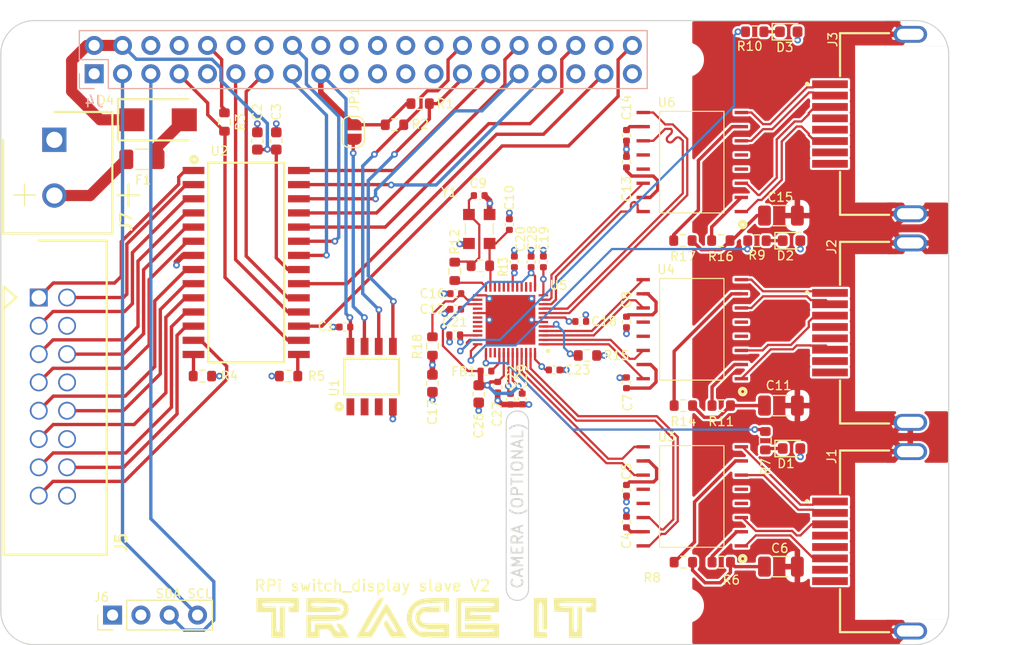
<source format=kicad_pcb>
(kicad_pcb (version 20221018) (generator pcbnew)
  (title_block (date "15 nov 2012"))
  (layers (0 "F.Cu" signal) (1 "In1.Cu" signal) (2 "In2.Cu" signal) (31 "B.Cu" power) (34 "B.Paste" user) (35 "F.Paste" user) (36 "B.SilkS" user "B.Silkscreen") (37 "F.SilkS" user "F.Silkscreen") (38 "B.Mask" user) (39 "F.Mask" user) (44 "Edge.Cuts" user))
  (net 0 "")
  (net 1 "GND")
  (net 2 "SDA")
  (net 3 "SCL")
  (net 4 "DISP_OE")
  (net 5 "/GPIO14{slash}TXD0")
  (net 6 "/GPIO15{slash}RXD0")
  (net 7 "DISP_CLK")
  (net 8 "/GPIO18{slash}PCM.CLK")
  (net 9 "DISP_C")
  (net 10 "DISP_A")
  (net 11 "DISP_B2")
  (net 12 "/GPIO24")
  (net 13 "/GPIO10{slash}SPI0.MOSI")
  (net 14 "/GPIO9{slash}SPI0.MISO")
  (net 15 "/GPIO25")
  (net 16 "/GPIO11{slash}SPI0.SCLK")
  (net 17 "/GPIO8{slash}SPI0.CE0")
  (net 18 "/GPIO7{slash}SPI0.CE1")
  (net 19 "/ID_SDA")
  (net 20 "/ID_SCL")
  (net 21 "DISP_R1")
  (net 22 "DISP_B1")
  (net 23 "DISP_R2")
  (net 24 "DISP_G1")
  (net 25 "/GPIO19{slash}PCM.FS")
  (net 26 "DISP_G2")
  (net 27 "DISP_B")
  (net 28 "DISP_D")
  (net 29 "DISP_LAT")
  (net 30 "+5V")
  (net 31 "+3V3")
  (net 32 "Net-(C4-Pad1)")
  (net 33 "Net-(C5-Pad1)")
  (net 34 "Net-(C6-Pad1)")
  (net 35 "GNDPWR")
  (net 36 "Net-(C7-Pad1)")
  (net 37 "Net-(C8-Pad1)")
  (net 38 "Net-(C9-Pad2)")
  (net 39 "/Switch/OSCI")
  (net 40 "Net-(C11-Pad1)")
  (net 41 "V10")
  (net 42 "Net-(C13-Pad1)")
  (net 43 "Net-(C14-Pad1)")
  (net 44 "Net-(C15-Pad1)")
  (net 45 "/Switch/RESETB")
  (net 46 "AVCC")
  (net 47 "Net-(D1-K)")
  (net 48 "Net-(D2-K)")
  (net 49 "Net-(D3-K)")
  (net 50 "/Switch/RX0_P")
  (net 51 "/Switch/RX0_N")
  (net 52 "/Switch/TX0_P")
  (net 55 "/Switch/TX0_N")
  (net 58 "/Switch/RX1_P")
  (net 59 "/Switch/RX1_N")
  (net 60 "/Switch/TX1_P")
  (net 63 "/Switch/TX1_N")
  (net 66 "/Switch/RX2_P")
  (net 67 "/Switch/RX2_N")
  (net 68 "/Switch/TX2_P")
  (net 71 "/Switch/TX2_N")
  (net 74 "OUT_R1")
  (net 75 "OUT_G1")
  (net 76 "OUT_B1")
  (net 77 "OUT_R2")
  (net 78 "OUT_G2")
  (net 79 "OUT_B2")
  (net 80 "OUT_A")
  (net 81 "OUT_B")
  (net 82 "OUT_C")
  (net 84 "OUT_CLK")
  (net 85 "OUT_LAT")
  (net 86 "OUT_OE")
  (net 87 "Net-(JP1-A)")
  (net 88 "Net-(U2-~{OE1})")
  (net 89 "Net-(U2-~{OE2})")
  (net 90 "Net-(R6-Pad2)")
  (net 91 "/Switch/LED_0")
  (net 92 "Net-(R8-Pad2)")
  (net 93 "/Switch/LED_1")
  (net 94 "/Switch/LED_2")
  (net 95 "Net-(R11-Pad2)")
  (net 96 "/Switch/X2")
  (net 97 "Net-(R14-Pad2)")
  (net 98 "Net-(U5-BGRES)")
  (net 99 "Net-(R16-Pad2)")
  (net 100 "Net-(R17-Pad2)")
  (net 105 "/Switch/RXI0_P")
  (net 106 "/Switch/RXI0_N")
  (net 109 "/Switch/TXO0_P")
  (net 110 "/Switch/TXO0_N")
  (net 113 "/Switch/RXI1_P")
  (net 114 "/Switch/RXI1_N")
  (net 117 "/Switch/TXO1_P")
  (net 118 "/Switch/TXO1_N")
  (net 119 "/Switch/RXI2_P")
  (net 120 "/Switch/RXI2_N")
  (net 121 "/Switch/TXO2_P")
  (net 122 "/Switch/TXO2_N")
  (net 143 "Net-(D4-A)")
  (net 144 "Net-(J7-Pin_2)")
  (footprint "Resistor_SMD:R_0603_1608Metric" (layer "F.Cu") (at 161.2 92.6 180)
    (fp_text reference "R8")
    (fp_text value "75R")
  )
  (footprint "Capacitor_SMD:C_0402_1005Metric" (layer "F.Cu") (at 145.6 62.3 90)
    (fp_text reference "C10")
    (fp_text value "12pF")
  )
  (footprint "MountingHole:MountingHole_2.7mm_M2.5" (layer "F.Cu") (at 161.5 47.5)
    (fp_text reference "MH2" hide)
    (fp_text value "MountingHole_2.7mm_M2.5" hide)
  )
  (footprint "TRANSFORMERS:7490100110A" (layer "F.Cu") (at 162 86.692308 90)
    (fp_text reference "U3")
    (fp_text value "7490100110A")
  )
  (footprint "Resistor_SMD:R_0603_1608Metric" (layer "F.Cu") (at 164.5625 63.7375 180)
    (fp_text reference "R16")
    (fp_text value "75R")
  )
  (footprint "CONNECTORS:61201621621_2x8-2.54" (layer "F.Cu") (at 103.4 68.85 -90)
    (fp_text reference "J5")
    (fp_text value "61201621621 " hide)
  )
  (footprint "ICs:QFN40P600X600X90-49N-D" (layer "F.Cu") (at 145.7 70.85 180)
    (fp_text reference "U5")
    (fp_text value "IP175G" hide)
  )
  (footprint "Capacitor_SMD:C_0402_1005Metric" (layer "F.Cu") (at 142.9 59.7 180)
    (fp_text reference "C9")
    (fp_text value "12pF")
  )
  (footprint "Resistor_SMD:R_0603_1608Metric" (layer "F.Cu") (at 167.6 45)
    (fp_text reference "R10")
    (fp_text value "75R")
  )
  (footprint "DIODES:DO-214AA-2" (layer "F.Cu") (at 114.1 52.9)
    (fp_text reference "D4")
    (fp_text value "SK54-3G " hide)
  )
  (footprint "Capacitor_SMD:C_0402_1005Metric" (layer "F.Cu") (at 140.8 68.5 180)
    (fp_text reference "C16")
    (fp_text value "100nF")
  )
  (footprint "LED_SMD:LED_0603_1608Metric" (layer "F.Cu") (at 170.9 82.4)
    (fp_text reference "D1")
    (fp_text value "LED")
  )
  (footprint "Capacitor_SMD:C_0603_1608Metric" (layer "F.Cu") (at 142.85 77.5 90)
    (fp_text reference "C26")
    (fp_text value "10uF")
  )
  (footprint "LED_SMD:LED_0603_1608Metric" (layer "F.Cu") (at 170.65 45)
    (fp_text reference "D3")
    (fp_text value "LED")
  )
  (footprint "Capacitor_SMD:C_0402_1005Metric" (layer "F.Cu") (at 156.1 76.5 90)
    (fp_text reference "C7")
    (fp_text value "100nF")
  )
  (footprint "CRYSTALL:ECS327TXO33TR" (layer "F.Cu") (at 142.9 62.7 90)
    (fp_text reference "Y1")
    (fp_text value "X322525MOB4SI_25MHz" hide)
  )
  (footprint "Capacitor_SMD:C_0402_1005Metric" (layer "F.Cu") (at 148.65 65.65 -90)
    (fp_text reference "C19")
    (fp_text value "100nF")
  )
  (footprint "Capacitor_SMD:C_1206_3216Metric" (layer "F.Cu") (at 169.95 61.5)
    (fp_text reference "C15")
    (fp_text value "1nF 2kV")
  )
  (footprint "Resistor_SMD:R_0603_1608Metric" (layer "F.Cu") (at 161.2 78.55 180)
    (fp_text reference "R14")
    (fp_text value "75R")
  )
  (footprint "Resistor_SMD:R_0603_1608Metric" (layer "F.Cu") (at 138.7 73.2 90)
    (fp_text reference "R18")
    (fp_text value "470k")
  )
  (footprint "LED_SMD:LED_0603_1608Metric" (layer "F.Cu") (at 170.9 63.75)
    (fp_text reference "D2")
    (fp_text value "LED")
  )
  (footprint "Capacitor_SMD:C_1206_3216Metric" (layer "F.Cu") (at 169.95 78.55)
    (fp_text reference "C11")
    (fp_text value "1nF 2kV")
  )
  (footprint "Capacitor_SMD:C_0402_1005Metric" (layer "F.Cu") (at 149.62 75.35 180)
    (fp_text reference "C23")
    (fp_text value "100nF")
  )
  (footprint "Capacitor_SMD:C_0402_1005Metric" (layer "F.Cu") (at 130.85 71.5 180)
    (fp_text reference "C1")
    (fp_text value "100n")
  )
  (footprint "CONNECTORS:634108150321_RJ45" (layer "F.Cu") (at 181.55 90.73 90)
    (fp_text reference "J1")
    (fp_text value "634108150321")
    (fp_line (start -7 -4.9) (end -7 3.5) (stroke (width 0.01)) (layer "Edge.Cuts"))
    (fp_line (start -7 -4.9) (end 7 -4.9) (stroke (width 0.01)) (layer "Edge.Cuts"))
    (fp_line (start -7 3.5) (end 7 3.5) (stroke (width 0.01)) (layer "Edge.Cuts"))
    (fp_line (start 7 -4.9) (end 7 3.5) (stroke (width 0.01)) (layer "Edge.Cuts"))
  )
  (footprint "Capacitor_SMD:C_0402_1005Metric" (layer "F.Cu") (at 146.05 65.65 -90)
    (fp_text reference "C20")
    (fp_text value "100nF")
  )
  (footprint "Resistor_SMD:R_0603_1608Metric" (layer "F.Cu") (at 161.1625 63.7375 180)
    (fp_text reference "R17")
    (fp_text value "75R")
  )
  (footprint "Capacitor_SMD:C_0402_1005Metric" (layer "F.Cu") (at 145.7 77.97 90)
    (fp_text reference "C22")
    (fp_text value "100nF")
  )
  (footprint "Resistor_SMD:R_0603_1608Metric" (layer "F.Cu") (at 168.55 81.7 -90)
    (fp_text reference "R7")
    (fp_text value "75R")
  )
  (footprint "Capacitor_SMD:C_0402_1005Metric" (layer "F.Cu") (at 152 71 180)
    (fp_text reference "C18")
    (fp_text value "100nF")
  )
  (footprint "CONNECTORS:01X02_5mm_pitch" (layer "F.Cu") (at 104.8 54.7 -90)
    (fp_text reference "J7")
    (fp_text value "Conn_01x02" hide)
  )
  (footprint "Capacitor_SMD:C_0402_1005Metric" (layer "F.Cu") (at 156.1 71.05 -90)
    (fp_text reference "C8")
    (fp_text value "100nF")
  )
  (footprint "MountingHole:MountingHole_2.7mm_M2.5" (layer "F.Cu") (at 103.5 96.5)
    (fp_text reference "MH3" hide)
    (fp_text value "MountingHole_2.7mm_M2.5" hide)
  )
  (footprint "Resistor_SMD:R_0603_1608Metric" (layer "F.Cu") (at 137.6 51.45)
    (fp_text reference "R1")
    (fp_text value "3.9k")
  )
  (footprint "Capacitor_SMD:C_0402_1005Metric" (layer "F.Cu") (at 156.1 56.7 90)
    (fp_text reference "C13")
    (fp_text value "100nF")
  )
  (footprint "Resistor_SMD:R_0603_1608Metric" (layer "F.Cu") (at 164.6 92.6 180)
    (fp_text reference "R6")
    (fp_text value "75R")
  )
  (footprint "Resistor_SMD:R_0603_1608Metric" (layer "F.Cu") (at 120.05 53.1 -90)
    (fp_text reference "R3")
    (fp_text value "0R")
  )
  (footprint "MountingHole:MountingHole_2.7mm_M2.5" (layer "F.Cu") (at 103.5 47.5)
    (fp_text reference "MH1" hide)
    (fp_text value "MountingHole_2.7mm_M2.5" hide)
  )
  (footprint "Capacitor_SMD:C_0402_1005Metric" (layer "F.Cu") (at 156.1 54.3 -90)
    (fp_text reference "C14")
    (fp_text value "100nF")
  )
  (footprint "ICs:SOIC127P600X175-8N" (layer "F.Cu") (at 133.25 75.95 90)
    (fp_text reference "U1")
    (fp_text value "CAT24C256" hide)
  )
  (footprint "TRANSFORMERS:7490100110A" (layer "F.Cu") (at 162 56.692308 90)
    (fp_text reference "U6")
    (fp_text value "7490100110A")
  )
  (footprint "Capacitor_SMD:C_0402_1005Metric" (layer "F.Cu") (at 144.55 76.9 90)
    (fp_text reference "C27")
    (fp_text value "100nF")
  )
  (footprint "Fuse:Fuse_1206_3216Metric" (layer "F.Cu") (at 112.65 56.45)
    (fp_text reference "F1")
    (fp_text value "3A")
  )
  (footprint "Capacitor_SMD:C_0603_1608Metric" (layer "F.Cu") (at 124.7 54.8 90)
    (fp_text reference "C3")
    (fp_text value "47nF")
  )
  (footprint "Capacitor_SMD:C_1206_3216Metric" (layer "F.Cu") (at 169.95 93)
    (fp_text reference "C6")
    (fp_text value "1nF 2kV")
  )
  (footprint "Resistor_SMD:R_0603_1608Metric" (layer "F.Cu") (at 135.3 53.35)
    (fp_text reference "R2")
    (fp_text value "3.9k")
  )
  (footprint "Capacitor_SMD:C_0402_1005Metric" (layer "F.Cu") (at 146.75 77.95 90)
    (fp_text reference "C29")
    (fp_text value "100nF")
  )
  (footprint "PRINTS:treceit" (layer "F.Cu") (at 138.15 97.6)
    (fp_text reference "N1" hide)
    (fp_text value "Housing" hide)
  )
  (footprint "Jumper:SolderJumper-2_P1.3mm_Open_RoundedPad1.0x1.5mm" (layer "F.Cu") (at 131.6 54 90)
    (fp_text reference "JP1")
    (fp_text value "ID_WP")
  )
  (footprint "Resistor_SMD:R_0603_1608Metric" (layer "F.Cu") (at 143 66 180)
    (fp_text reference "R13")
    (fp_text value "1M")
  )
  (footprint "CONNECTORS:634108150321_RJ45" (layer "F.Cu") (at 181.55 72.005 90)
    (fp_text reference "J2")
    (fp_text value "634108150321")
    (fp_line (start -7 -4.9) (end -7 3.5) (stroke (width 0.01)) (layer "Edge.Cuts"))
    (fp_line (start -7 -4.9) (end 7 -4.9) (stroke (width 0.01)) (layer "Edge.Cuts"))
    (fp_line (start -7 3.5) (end 7 3.5) (stroke (width 0.01)) (layer "Edge.Cuts"))
    (fp_line (start 7 -4.9) (end 7 3.5) (stroke (width 0.01)) (layer "Edge.Cuts"))
  )
  (footprint "Capacitor_SMD:C_0402_1005Metric" (layer "F.Cu") (at 143.5 75.45 180)
    (fp_text reference "FB1")
    (fp_text value "7427927140")
  )
  (footprint "Resistor_SMD:R_0603_1608Metric" (layer "F.Cu") (at 118.075 75.9 180)
    (fp_text reference "R4")
    (fp_text value "10k")
  )
  (footprint "TRANSFORMERS:7490100110A" (layer "F.Cu") (at 162 71.692308 90)
    (fp_text reference "U4")
    (fp_text value "7490100110A")
  )
  (footprint "MountingHole:MountingHole_2.7mm_M2.5" (layer "F.Cu") (at 161.5 96.5)
    (fp_text reference "MH4" hide)
    (fp_text value "MountingHole_2.7mm_M2.5" hide)
  )
  (footprint "Capacitor_SMD:C_0402_1005Metric" (layer "F.Cu") (at 140.78 69.9 180)
    (fp_text reference "C12")
    (fp_text value "100nF")
  )
  (footprint "Capacitor_SMD:C_0402_1005Metric" (layer "F.Cu") (at 140.7 72.2)
    (fp_text reference "C21")
    (fp_text value "100nF")
  )
  (footprint "ICs:SOIC127P1030X265-28N" (layer "F.Cu") (at 122 65.705)
    (fp_text reference "U2")
    (fp_text value "SN74ABT5402ADWR" hide)
  )
  (footprint "Capacitor_SMD:C_0603_1608Metric" (layer "F.Cu") (at 138.7 76.55 90)
    (fp_text reference "C17")
    (fp_text value "10uF")
  )
  (footprint "Resistor_SMD:R_0603_1608Metric" (layer "F.Cu") (at 167.8 63.75)
    (fp_text reference "R9")
    (fp_text value "75R")
  )
  (footprint "Capacitor_SMD:C_0402_1005Metric" (layer "F.Cu") (at 156.1 89 90)
    (fp_text reference "C4")
    (fp_text value "100nF")
  )
  (footprint "Resistor_SMD:R_0603_1608Metric" (layer "F.Cu") (at 125.8 75.9)
    (fp_text reference "R5")
    (fp_text value "10k")
  )
  (footprint "Resistor_SMD:R_0603_1608Metric" (layer "F.Cu") (at 164.6 78.55 180)
    (fp_text reference "R11")
    (fp_text value "75R")
  )
  (footprint "CONNECTORS:634108150321_RJ45" (layer "F.Cu") (at 181.55 53.28 90)
    (fp_text reference "J3")
    (fp_text value "634108150321")
    (fp_line (start -7 -4.9) (end -7 3.5) (stroke (width 0.01)) (layer "Edge.Cuts"))
    (fp_line (start -7 -4.9) (end 7 -4.9) (stroke (width 0.01)) (layer "Edge.Cuts"))
    (fp_line (start -7 3.5) (end 7 3.5) (stroke (width 0.01)) (layer "Edge.Cuts"))
    (fp_line (start 7 -4.9) (end 7 3.5) (stroke (width 0.01)) (layer "Edge.Cuts"))
  )
  (footprint "Resistor_SMD:R_0603_1608Metric" (layer "F.Cu") (at 152.6 74.05 180)
    (fp_text reference "R15")
    (fp_text value "6k2_1%")
  )
  (footprint "Capacitor_SMD:C_0402_1005Metric" (layer "F.Cu") (at 147.55 65.65 -90)
    (fp_text reference "C28")
    (fp_text value "100nF")
  )
  (footprint "Resistor_SMD:R_0603_1608Metric" (layer "F.Cu") (at 140.7 66.5 90)
    (fp_text reference "R12")
    (fp_text value "47R")
  )
  (footprint "Connector_PinHeader_2.54mm:PinHeader_1x04_P2.54mm_Vertical" (layer "F.Cu") (at 110.02 97.35 90)
    (fp_text reference "J6")
    (fp_text value "I2C")
  )
  (footprint "Capacitor_SMD:C_0603_1608Metric" (layer "F.Cu") (at 123 54.8 -90)
    (fp_text reference "C2")
    (fp_text value "10uF")
  )
  (footprint "Capacitor_SMD:C_0402_1005Metric" (layer "F.Cu") (at 156.1 86.15 -90)
    (fp_text reference "C5")
    (fp_text value "100nF")
  )
  (footprint "Connector_PinSocket_2.54mm:PinSocket_2x20_P2.54mm_Vertical" (layer "B.Cu") (at 108.37 48.77 -90)
    (fp_text reference "J4")
    (fp_text value "GPIO")
  )
  (gr_line (start 110.475 59.675) (end 112.425 59.675) (stroke (width 0.2)) (layer "F.SilkS"))
  (gr_line (start 101.15 59.65) (end 103.1 59.65) (stroke (width 0.12)) (layer "F.SilkS"))
  (gr_line (start 111.45 60.65) (end 111.45 58.7) (stroke (width 0.2)) (layer "F.SilkS"))
  (gr_line (start 102.125 60.625) (end 102.125 58.675) (stroke (width 0.12)) (layer "F.SilkS"))
  (gr_arc (start 181.99 44) (mid 184.11132 44.87868) (end 184.99 47) (stroke (width 0.1)) (layer "Edge.Cuts"))
  (gr_line (start 184.99 97) (end 184.99 47) (stroke (width 0.1)) (layer "Edge.Cuts"))
  (gr_line (start 147.32 80.03) (end 147.32 95.03) (stroke (width 0.1)) (layer "Edge.Cuts"))
  (gr_line (start 145.32 95.03) (end 145.32 80.03) (stroke (width 0.1)) (layer "Edge.Cuts"))
  (gr_arc (start 103 100) (mid 100.87868 99.12132) (end 100 97) (stroke (width 0.1)) (layer "Edge.Cuts"))
  (gr_line (start 103 100) (end 181.99 100) (stroke (width 0.1)) (layer "Edge.Cuts"))
  (gr_arc (start 145.32 80.03) (mid 146.32 79.03) (end 147.32 80.03) (stroke (width 0.1)) (layer "Edge.Cuts"))
  (gr_arc (start 184.99 97) (mid 184.11132 99.12132) (end 181.99 100) (stroke (width 0.1)) (layer "Edge.Cuts"))
  (gr_arc (start 100 47) (mid 100.87868 44.87868) (end 103 44) (stroke (width 0.1)) (layer "Edge.Cuts"))
  (gr_arc (start 147.32 95.03) (mid 146.32 96.03) (end 145.32 95.03) (stroke (width 0.1)) (layer "Edge.Cuts"))
  (gr_line (start 100 47) (end 100 97) (stroke (width 0.1)) (layer "Edge.Cuts"))
  (gr_line (start 181.99 44) (end 103 44) (stroke (width 0.1)) (layer "Edge.Cuts"))
  (gr_text "RPi switch_display slave V2" (at 122.65 95.3) (layer "F.SilkS") (effects (font (size 1 1)) (justify left bottom)))
  (gr_text "SDA SCL" (at 113.8 95.9) (layer "F.SilkS") (effects (font (size 0.8 0.8) (thickness 0.12)) (justify left bottom)))
  (gr_text "CAMERA (OPTIONAL)" (at 146.32 87.53 90) (layer "Edge.Cuts") (effects (font (size 1 1))))
  (segment (start 115.75 65.665) (end 116.345 65.07) (width 0.5) (layer "F.Cu") (net 1))
  (segment (start 156.1 56.22) (end 156.1 54.78) (width 0.5) (layer "F.Cu") (net 1))
  (segment (start 145.9 71.05) (end 145.7 70.85) (width 0.2) (layer "F.Cu") (net 1))
  (segment (start 147.6 70.85) (end 147.4 71.05) (width 0.2) (layer "F.Cu") (net 1))
  (segment (start 144.559883 78.0995) (end 144.910383 78.45) (width 0.5) (layer "F.Cu") (net 1))
  (segment (start 123 53.25) (end 123 54) (width 0.3) (layer "F.Cu") (net 1))
  (segment (start 155.5 76.05) (end 156.07 76.05) (width 0.5) (layer "F.Cu") (net 1))
  (segment (start 142.75 68.65) (end 143.5 68.65) (width 0.2) (layer "F.Cu") (net 1))
  (segment (start 129.8 71.5) (end 130.37 71.5) (width 0.5) (layer "F.Cu") (net 1))
  (segment (start 135.155 78.662) (end 135.155 79.745) (width 0.5) (layer "F.Cu") (net 1))
  (segment (start 124.975 75.9) (end 124.3 75.9) (width 0.3) (layer "F.Cu") (net 1))
  (segment (start 142.75 70.25) (end 145.1 70.25) (width 0.2) (layer "F.Cu") (net 1))
  (segment (start 147.35 78.45) (end 145.7 78.45) (width 0.5) (layer "F.Cu") (net 1))
  (segment (start 148.65 65.17) (end 148.65 64.6) (width 0.5) (layer "F.Cu") (net 1))
  (segment (start 140.2 69.9) (end 139.8 70.3) (width 0.5) (layer "F.Cu") (net 1))
  (segment (start 141.925 64.05) (end 141.975 64) (width 0.5) (layer "F.Cu") (net 1))
  (segment (start 147.4 71.05) (end 145.9 71.05) (width 0.2) (layer "F.Cu") (net 1))
  (segment (start 147.8 71.05) (end 147.6 70.85) (width 0.2) (layer "F.Cu") (net 1))
  (segment (start 143.825 61.4) (end 143.825 60.145) (width 0.5) (layer "F.Cu") (net 1))
  (segment (start 144.55 78.089617) (end 144.55 77.45) (width 0.5) (layer "F.Cu") (net 1))
  (segment (start 143.5 68.65) (end 143.8 68.95) (width 0.2) (layer "F.Cu") (net 1))
  (segment (start 142.85 79) (end 142.85 78.35) (width 0.5) (layer "F.Cu") (net 1))
  (segment (start 145.6 61.82) (end 145.6 61.25) (width 0.5) (layer "F.Cu") (net 1))
  (segment (start 140.3 69.9) (end 140.2 69.9) (width 0.5) (layer "F.Cu") (net 1))
  (segment (start 145.1 70.25) (end 145.7 70.85) (width 0.2) (layer "F.Cu") (net 1))
  (segment (start 152.48 70.43) (end 152.48 71) (width 0.3) (layer "F.Cu") (net 1))
  (segment (start 141.15 64.05) (end 141.925 64.05) (width 0.5) (layer "F.Cu") (net 1))
  (segment (start 138.7 78.05) (end 138.7 77.325) (width 0.5) (layer "F.Cu") (net 1))
  (segment (start 144.910383 78.45) (end 145.7 78.45) (width 0.5) (layer "F.Cu") (net 1))
  (segment (start 156.1 72.1) (end 156.1 71.53) (width 0.5) (layer "F.Cu") (net 1))
  (segment (start 154.1 74.05) (end 153.425 74.05) (width 0.5) (layer "F.Cu") (net 1))
  (segment (start 140.2395 72.85) (end 140.2395 72.2195) (width 0.5) (layer "F.Cu") (net 1))
  (segment (start 146.05 65.17) (end 146.05 64.6) (width 0.5) (layer "F.Cu") (net 1))
  (segment (start 140.32 68.5) (end 139.75 68.5) (width 0.5) (layer "F.Cu") (net 1))
  (segment (start 147.55 65.17) (end 147.55 64.6) (width 0.5) (layer "F.Cu") (net 1))
  (segment (start 144.559883 78.0995) (end 144.55 78.089617) (width 0.5) (layer "F.Cu") (net 1))
  (segment (start 115.75 65.95) (end 115.75 65.665) (width 0.5) (layer "F.Cu") (net 1))
  (segment (start 152.45 70.4) (end 152.48 70.43) (width 0.3) (layer "F.Cu") (net 1))
  (segment (start 135.155 79.745) (end 135.15 79.75) (width 0.5) (layer "F.Cu") (net 1))
  (segment (start 116.345 65.07) (end 117.275 65.07) (width 0.5) (layer "F.Cu") (net 1))
  (segment (start 140.2395 72.2195) (end 140.22 72.2) (width 0.2) (layer "F.Cu") (net 1))
  (segment (start 148.65 71.05) (end 147.8 71.05) (width 0.2) (layer "F.Cu") (net 1))
  (segment (start 118.9 75.9) (end 119.6 75.9) (width 0.3) (layer "F.Cu") (net 1))
  (segment (start 143.8 68.95) (end 145.7 70.85) (width 0.2) (layer "F.Cu") (net 1))
  (segment (start 150.7 75.35) (end 150.1 75.35) (width 0.5) (layer "F.Cu") (net 1))
  (segment (start 156.07 76.05) (end 156.1 76.02) (width 0.5) (layer "F.Cu") (net 1))
  (segment (start 156.1 87.2) (end 156.1 86.63) (width 0.5) (layer "F.Cu") (net 1))
  (segment (start 143.825 60.145) (end 143.38 59.7) (width 0.5) (layer "F.Cu") (net 1))
  (segment (start 124.7 54.025) (end 124.7 53.25) (width 0.3) (layer "F.Cu") (net 1))
  (segment (start 156.1 88.52) (end 156.1 87.95) (width 0.5) (layer "F.Cu") (net 1))
  (via (at 154.1 74.05) (size 0.6) (drill 0.3) (layers "F.Cu" "B.Cu") (net 1))
  (via (at 147.55 64.6) (size 0.6) (drill 0.3) (layers "F.Cu" "B.Cu") (net 1))
  (via (at 148.65 64.6) (size 0.6) (drill 0.3) (layers "F.Cu" "B.Cu") (net 1))
  (via (at 124.3 75.9) (size 0.6) (drill 0.3) (layers "F.Cu" "B.Cu") (net 1))
  (via (at 139.75 68.5) (size 0.6) (drill 0.3) (layers "F.Cu" "B.Cu") (net 1))
  (via (at 156.1 87.95) (size 0.6) (drill 0.3) (layers "F.Cu" "B.Cu") (net 1))
  (via (at 147.6 70.85) (size 0.6) (drill 0.3) (layers "F.Cu" "B.Cu") (net 1))
  (via (at 156.1 55.55) (size 0.6) (drill 0.3) (layers "F.Cu" "B.Cu") (net 1))
  (via (at 143.85 60.4) (size 0.6) (drill 0.3) (layers "F.Cu" "B.Cu") (net 1))
  (via (at 141.15 64.05) (size 0.6) (drill 0.3) (layers "F.Cu" "B.Cu") (net 1))
  (via (at 139.8 70.3) (size 0.6) (drill 0.3) (layers "F.Cu" "B.Cu") (net 1))
  (via (at 147.35 78.45) (size 0.6) (drill 0.3) (layers "F.Cu" "B.Cu") (net 1))
  (via (at 115.75 65.95) (size 0.6) (drill 0.3) (layers "F.Cu" "B.Cu") (net 1))
  (via (at 143.8 70.85) (size 0.6) (drill 0.3) (layers "F.Cu" "B.Cu") (net 1))
  (via (at 146.05 64.6) (size 0.6) (drill 0.3) (layers "F.Cu" "B.Cu") (net 1))
  (via (at 123 53.25) (size 0.6) (drill 0.3) (layers "F.Cu" "B.Cu") (net 1))
  (via (at 119.6 75.9) (size 0.6) (drill 0.3) (layers "F.Cu" "B.Cu") (net 1))
  (via (at 155.5 76.05) (size 0.6) (drill 0.3) (layers "F.Cu" "B.Cu") (net 1))
  (via (at 138.7 78.05) (size 0.6) (drill 0.3) (layers "F.Cu" "B.Cu") (net 1))
  (via (at 150.7 75.35) (size 0.6) (drill 0.3) (layers "F.Cu" "B.Cu") (net 1))
  (via (at 135.15 79.75) (size 0.6) (drill 0.3) (layers "F.Cu" "B.Cu") (net 1))
  (via (at 129.8 71.5) (size 0.6) (drill 0.3) (layers "F.Cu" "B.Cu") (net 1))
  (via (at 144.559883 78.0995) (size 0.6) (drill 0.3) (layers "F.Cu" "B.Cu") (net 1))
  (via (at 147.6 68.95) (size 0.6) (drill 0.3) (layers "F.Cu" "B.Cu") (net 1))
  (via (at 143.8 68.95) (size 0.6) (drill 0.3) (layers "F.Cu" "B.Cu") (net 1))
  (via (at 152.45 70.4) (size 0.6) (drill 0.3) (layers "F.Cu" "B.Cu") (net 1))
  (via (at 140.2395 72.85) (size 0.6) (drill 0.3) (layers "F.Cu" "B.Cu") (net 1))
  (via (at 124.7 53.25) (size 0.6) (drill 0.3) (layers "F.Cu" "B.Cu") (net 1))
  (via (at 156.1 87.2) (size 0.6) (drill 0.3) (layers "F.Cu" "B.Cu") (net 1))
  (via (at 156.1 72.1) (size 0.6) (drill 0.3) (layers "F.Cu" "B.Cu") (net 1))
  (via (at 145.6 61.25) (size 0.6) (drill 0.3) (layers "F.Cu" "B.Cu") (net 1))
  (via (at 142.85 79) (size 0.6) (drill 0.3) (layers "F.Cu" "B.Cu") (net 1))
  (segment (start 110.91 49.26) (end 110.91 48.77) (width 0.3) (layer "F.Cu") (net 2))
  (segment (start 110.91 90.62) (end 117.64 97.35) (width 0.3) (layer "B.Cu") (net 2))
  (segment (start 110.91 48.77) (end 110.91 90.62) (width 0.3) (layer "B.Cu") (net 2))
  (segment (start 119.1 94.35) (end 119.1 97.8) (width 0.3) (layer "B.Cu") (net 3))
  (segment (start 116.45 98.7) (end 115.1 97.35) (width 0.3) (layer "B.Cu") (net 3))
  (segment (start 113.45 88.7) (end 119.1 94.35) (width 0.3) (layer "B.Cu") (net 3))
  (segment (start 113.45 48.77) (end 113.45 88.7) (width 0.3) (layer "B.Cu") (net 3))
  (segment (start 119.1 97.8) (end 118.2 98.7) (width 0.3) (layer "B.Cu") (net 3))
  (segment (start 118.2 98.7) (end 116.45 98.7) (width 0.3) (layer "B.Cu") (net 3))
  (segment (start 115.99 48.77) (end 115.99 48.84) (width 0.3) (layer "F.Cu") (net 4))
  (segment (start 115.99 48.84) (end 118.55 51.4) (width 0.3) (layer "F.Cu") (net 4))
  (segment (start 125.75 72.69) (end 126.725 72.69) (width 0.3) (layer "F.Cu") (net 4))
  (segment (start 120.1 54) (end 120.1 67.04) (width 0.3) (layer "F.Cu") (net 4))
  (segment (start 118.55 51.4) (end 118.55 52.45) (width 0.3) (layer "F.Cu") (net 4))
  (segment (start 118.55 52.45) (end 120.1 54) (width 0.3) (layer "F.Cu") (net 4))
  (segment (start 120.1 67.04) (end 125.75 72.69) (width 0.3) (layer "F.Cu") (net 4))
  (segment (start 118.53 46.23) (end 119.8 47.5) (width 0.3) (layer "F.Cu") (net 6))
  (segment (start 119.8 47.5) (end 119.8 51.7) (width 0.3) (layer "F.Cu") (net 6))
  (segment (start 120.05 51.95) (end 120.05 52.275) (width 0.3) (layer "F.Cu") (net 6))
  (segment (start 119.8 51.7) (end 120.05 51.95) (width 0.3) (layer "F.Cu") (net 6))
  (segment (start 121.05 48.79) (end 121.05 65.45) (width 0.3) (layer "F.Cu") (net 7))
  (segment (start 125.75 70.15) (end 126.725 70.15) (width 0.3) (layer "F.Cu") (net 7))
  (segment (start 121.05 65.45) (end 125.75 70.15) (width 0.3) (layer "F.Cu") (net 7))
  (segment (start 121.07 48.77) (end 121.05 48.79) (width 0.3) (layer "F.Cu") (net 7))
  (segment (start 125.75 68.88) (end 122 65.13) (width 0.3) (layer "F.Cu") (net 9))
  (segment (start 126.725 68.88) (end 125.75 68.88) (width 0.3) (layer "F.Cu") (net 9))
  (segment (start 122 50.38) (end 123.61 48.77) (width 0.3) (layer "F.Cu") (net 9))
  (segment (start 122 65.13) (end 122 50.38) (width 0.3) (layer "F.Cu") (net 9))
  (segment (start 129.2 65.05) (end 129.22 65.07) (width 0.3) (layer "F.Cu") (net 10))
  (segment (start 126.725 65.07) (end 129.18 65.07) (width 0.3) (layer "F.Cu") (net 10))
  (segment (start 129.22 65.07) (end 129.28 65.07) (width 0.3) (layer "F.Cu") (net 10))
  (segment (start 129.28 65.07) (end 129.3 65.05) (width 0.3) (layer "F.Cu") (net 10))
  (segment (start 129.18 65.07) (end 129.2 65.05) (width 0.3) (layer "F.Cu") (net 10))
  (via (at 129.2 65.05) (size 0.6) (drill 0.3) (layers "F.Cu" "B.Cu") (net 10))
  (segment (start 126.15 49.45) (end 126.15 48.77) (width 0.3) (layer "B.Cu") (net 10))
  (segment (start 129.2 65.05) (end 129.2 52.5) (width 0.3) (layer "B.Cu") (net 10))
  (segment (start 129.2 52.5) (end 126.15 49.45) (width 0.3) (layer "B.Cu") (net 10))
  (segment (start 126.725 63.8) (end 129.95 63.8) (width 0.3) (layer "F.Cu") (net 11))
  (via (at 129.95 63.8) (size 0.6) (drill 0.3) (layers "F.Cu" "B.Cu") (net 11))
  (segment (start 130.3 63.45) (end 130.3 52.6) (width 0.3) (layer "B.Cu") (net 11))
  (segment (start 127.4 49.7) (end 127.4 47.48) (width 0.3) (layer "B.Cu") (net 11))
  (segment (start 129.95 63.8) (end 130.3 63.45) (width 0.3) (layer "B.Cu") (net 11))
  (segment (start 127.4 47.48) (end 126.15 46.23) (width 0.3) (layer "B.Cu") (net 11))
  (segment (start 130.3 52.6) (end 127.4 49.7) (width 0.3) (layer "B.Cu") (net 11))
  (segment (start 138.425 51.45) (end 138.425 52.825) (width 0.3) (layer "F.Cu") (net 19))
  (segment (start 138.425 52.825) (end 135.3 55.95) (width 0.3) (layer "F.Cu") (net 19))
  (segment (start 135.3 56) (end 135.25 56) (width 0.3) (layer "F.Cu") (net 19))
  (segment (start 135.2 69.2) (end 135.155 69.245) (width 0.3) (layer "F.Cu") (net 19))
  (segment (start 141.39 49.21) (end 141.39 48.77) (width 0.3) (layer "F.Cu") (net 19))
  (segment (start 135.25 56) (end 135.25 56) (width 0.3) (layer "F.Cu") (net 19))
  (segment (start 139.15 51.45) (end 141.39 49.21) (width 0.3) (layer "F.Cu") (net 19))
  (segment (start 138.425 51.45) (end 139.15 51.45) (width 0.3) (layer "F.Cu") (net 19))
  (segment (start 135.155 69.245) (end 135.155 73.238) (width 0.3) (layer "F.Cu") (net 19))
  (segment (start 135.3 55.95) (end 135.3 56) (width 0.3) (layer "F.Cu") (net 19))
  (via (at 135.2 69.2) (size 0.6) (drill 0.3) (layers "F.Cu" "B.Cu") (net 19))
  (via (at 135.3 56) (size 0.6) (drill 0.3) (layers "F.Cu" "B.Cu") (net 19))
  (segment (start 135.2 69.15) (end 135.2 69.2) (width 0.3) (layer "B.Cu") (net 19))
  (segment (start 132.95 58.35) (end 132.95 66.9) (width 0.3) (layer "B.Cu") (net 19))
  (segment (start 135.3 56) (end 132.95 58.35) (width 0.3) (layer "B.Cu") (net 19))
  (segment (start 132.95 66.9) (end 135.2 69.15) (width 0.3) (layer "B.Cu") (net 19))
  (segment (start 133.9 69.95) (end 133.885 69.965) (width 0.3) (layer "F.Cu") (net 20))
  (segment (start 136.125 53.375) (end 133.5 56) (width 0.3) (layer "F.Cu") (net 20))
  (segment (start 137.675 51.802818) (end 137.675 50.875) (width 0.3) (layer "F.Cu") (net 20))
  (segment (start 140.1 49.35541) (end 140.1 47.52) (width 0.3) (layer "F.Cu") (net 20))
  (segment (start 140.1 47.52) (end 141.39 46.23) (width 0.3) (layer "F.Cu") (net 20))
  (segment (start 136.127818 53.35) (end 137.675 51.802818) (width 0.3) (layer "F.Cu") (net 20))
  (segment (start 137.675 50.875) (end 138.25 50.3) (width 0.3) (layer "F.Cu") (net 20))
  (segment (start 139.15541 50.3) (end 140.1 49.35541) (width 0.3) (layer "F.Cu") (net 20))
  (segment (start 138.25 50.3) (end 139.15541 50.3) (width 0.3) (layer "F.Cu") (net 20))
  (segment (start 136.125 53.35) (end 136.125 53.375) (width 0.3) (layer "F.Cu") (net 20))
  (segment (start 133.885 69.965) (end 133.885 73.238) (width 0.3) (layer "F.Cu") (net 20))
  (via (at 133.5 56) (size 0.6) (drill 0.3) (layers "F.Cu" "B.Cu") (net 20))
  (via (at 133.9 69.95) (size 0.6) (drill 0.3) (layers "F.Cu" "B.Cu") (net 20))
  (segment (start 133.5 56) (end 132.45 57.05) (width 0.3) (layer "B.Cu") (net 20))
  (segment (start 133.9 69.95) (end 133.85 69.9) (width 0.3) (layer "B.Cu") (net 20))
  (segment (start 132.45 57.05) (end 132.45 68.5) (width 0.3) (layer "B.Cu") (net 20))
  (segment (start 132.45 68.5) (end 133.9 69.95) (width 0.3) (layer "B.Cu") (net 20))
  (segment (start 135.25 57.45) (end 143.93 48.77) (width 0.3) (layer "F.Cu") (net 21))
  (segment (start 126.725 57.45) (end 135.25 57.45) (width 0.3) (layer "F.Cu") (net 21))
  (segment (start 133.59 59.99) (end 126.725 59.99) (width 0.3) (layer "F.Cu") (net 22))
  (segment (start 133.6 60) (end 133.59 59.99) (width 0.3) (layer "F.Cu") (net 22))
  (via (at 133.6 60) (size 0.6) (drill 0.3) (layers "F.Cu" "B.Cu") (net 22))
  (segment (start 140.730761 52.1) (end 143.14 52.1) (width 0.3) (layer "B.Cu") (net 22))
  (segment (start 133.6 59.230761) (end 140.730761 52.1) (width 0.3) (layer "B.Cu") (net 22))
  (segment (start 143.14 52.1) (end 146.47 48.77) (width 0.3) (layer "B.Cu") (net 22))
  (segment (start 133.6 60) (end 133.6 59.230761) (width 0.3) (layer "B.Cu") (net 22))
  (segment (start 146.47 46.23) (end 145.2 47.5) (width 0.3) (layer "F.Cu") (net 23))
  (segment (start 145.2 47.5) (end 145.2 49.75) (width 0.3) (layer "F.Cu") (net 23))
  (segment (start 133.69 61.26) (end 126.725 61.26) (width 0.3) (layer "F.Cu") (net 23))
  (segment (start 145.2 49.75) (end 133.69 61.26) (width 0.3) (layer "F.Cu") (net 23))
  (segment (start 135 58.75) (end 134.97 58.72) (width 0.3) (layer "F.Cu") (net 24))
  (segment (start 134.97 58.72) (end 126.725 58.72) (width 0.3) (layer "F.Cu") (net 24))
  (via (at 135 58.75) (size 0.6) (drill 0.3) (layers "F.Cu" "B.Cu") (net 24))
  (segment (start 135 58.75) (end 139.03 58.75) (width 0.3) (layer "B.Cu") (net 24))
  (segment (start 139.03 58.75) (end 149.01 48.77) (width 0.3) (layer "B.Cu") (net 24))
  (segment (start 150.3 50.4) (end 150.3 47.48) (width 0.3) (layer "F.Cu") (net 26))
  (segment (start 150.3 47.48) (end 151.55 46.23) (width 0.3) (layer "F.Cu") (net 26))
  (segment (start 126.725 62.53) (end 134.47 62.53) (width 0.3) (layer "F.Cu") (net 26))
  (segment (start 147.45 53.25) (end 150.3 50.4) (width 0.3) (layer "F.Cu") (net 26))
  (segment (start 134.47 62.53) (end 143.75 53.25) (width 0.3) (layer "F.Cu") (net 26))
  (segment (start 143.75 53.25) (end 147.45 53.25) (width 0.3) (layer "F.Cu") (net 26))
  (segment (start 131.04 67.61) (end 144.45 54.2) (width 0.3) (layer "F.Cu") (net 27))
  (segment (start 148.66 54.2) (end 154.09 48.77) (width 0.3) (layer "F.Cu") (net 27))
  (segment (start 126.725 67.61) (end 131.04 67.61) (width 0.3) (layer "F.Cu") (net 27))
  (segment (start 144.45 54.2) (end 148.66 54.2) (width 0.3) (layer "F.Cu") (net 27))
  (segment (start 155.35 47.51) (end 156.63 46.23) (width 0.3) (layer "F.Cu") (net 29))
  (segment (start 144.95 55.25) (end 150.9 55.25) (width 0.3) (layer "F.Cu") (net 29))
  (segment (start 150.9 55.25) (end 155.35 50.8) (width 0.3) (layer "F.Cu") (net 29))
  (segment (start 155.35 50.8) (end 155.35 47.51) (width 0.3) (layer "F.Cu") (net 29))
  (segment (start 126.725 71.42) (end 128.78 71.42) (width 0.3) (layer "F.Cu") (net 29))
  (segment (start 128.78 71.42) (end 144.95 55.25) (width 0.3) (layer "F.Cu") (net 29))
  (segment (start 123.9 55.55) (end 123.925 55.575) (width 0.3) (layer "F.Cu") (net 30))
  (segment (start 108.9 52.9) (end 106.35 50.35) (width 1) (layer "F.Cu") (net 30))
  (segment (start 106.35 50.35) (end 106.35 47.6) (width 1) (layer "F.Cu") (net 30))
  (segment (start 126.725 66.34) (end 125.75 66.34) (width 0.3) (layer "F.Cu") (net 30))
  (segment (start 123.925 55.575) (end 124.7 55.575) (width 0.3) (layer "F.Cu") (net 30))
  (segment (start 106.35 47.6) (end 107.72 46.23) (width 1) (layer "F.Cu") (net 30))
  (segment (start 123 55.575) (end 123.875 55.575) (width 0.3) (layer "F.Cu") (net 30))
  (segment (start 108.37 46.23) (end 110.91 46.23) (width 1) (layer "F.Cu") (net 30))
  (segment (start 107.72 46.23) (end 108.37 46.23) (width 1) (layer "F.Cu") (net 30))
  (segment (start 111.75 52.9) (end 108.9 52.9) (width 1) (layer "F.Cu") (net 30))
  (segment (start 123.875 55.575) (end 123.9 55.55) (width 0.3) (layer "F.Cu") (net 30))
  (segment (start 125.75 66.34) (end 124.7 65.29) (width 0.3) (layer "F.Cu") (net 30))
  (segment (start 124.7 65.29) (end 124.7 55.575) (width 0.3) (layer "F.Cu") (net 30))
  (via (at 123.9 55.55) (size 0.6) (drill 0.3) (layers "F.Cu" "B.Cu") (net 30))
  (segment (start 119.73 49.38) (end 119.73 48.272943) (width 0.3) (layer "B.Cu") (net 30))
  (segment (start 112.15 47.47) (end 110.91 46.23) (width 0.3) (layer "B.Cu") (net 30))
  (segment (start 123.9 55.55) (end 123.9 53.230761) (width 0.3) (layer "B.Cu") (net 30))
  (segment (start 119.73 48.272943) (end 118.927057 47.47) (width 0.3) (layer "B.Cu") (net 30))
  (segment (start 123.269239 52.6) (end 122.95 52.6) (width 0.3) (layer "B.Cu") (net 30))
  (segment (start 123.9 53.230761) (end 123.269239 52.6) (width 0.3) (layer "B.Cu") (net 30))
  (segment (start 118.927057 47.47) (end 112.15 47.47) (width 0.3) (layer "B.Cu") (net 30))
  (segment (start 122.95 52.6) (end 119.73 49.38) (width 0.3) (layer "B.Cu") (net 30))
  (segment (start 134.475 53.35) (end 131.6 53.35) (width 0.3) (layer "F.Cu") (net 31))
  (segment (start 128.69 50.44) (end 128.69 48.77) (width 0.5) (layer "F.Cu") (net 31))
  (segment (start 136.375 51.45) (end 134.475 53.35) (width 0.3) (layer "F.Cu") (net 31))
  (segment (start 136.775 51.45) (end 136.375 51.45) (width 0.3) (layer "F.Cu") (net 31))
  (segment (start 131.6 53.35) (end 128.69 50.44) (width 0.5) (layer "F.Cu") (net 31))
  (segment (start 131.3 70.65) (end 131.345 70.695) (width 0.3) (layer "F.Cu") (net 31))
  (segment (start 131.345 70.695) (end 131.345 73.238) (width 0.3) (layer "F.Cu") (net 31))
  (via (at 131.3 70.65) (size 0.6) (drill 0.3) (layers "F.Cu" "B.Cu") (net 31))
  (segment (start 130.95 70.3) (end 130.95 51.03) (width 0.3) (layer "B.Cu") (net 31))
  (segment (start 131.3 70.65) (end 130.95 70.3) (width 0.3) (layer "B.Cu") (net 31))
  (segment (start 130.95 51.03) (end 128.69 48.77) (width 0.3) (layer "B.Cu") (net 31))
  (segment (start 156.487308 89.867308) (end 156.1 89.48) (width 0.3) (layer "F.Cu") (net 32))
  (segment (start 157.7 89.867308) (end 156.487308 89.867308) (width 0.3) (layer "F.Cu") (net 32))
  (segment (start 158.8 84.2) (end 158.117308 83.517308) (width 0.3) (layer "F.Cu") (net 33))
  (segment (start 158.117308 83.517308) (end 157.7 83.517308) (width 0.3) (layer "F.Cu") (net 33))
  (segment (start 158.537308 85.4) (end 158.8 85.137308) (width 0.3) (layer "F.Cu") (net 33))
  (segment (start 156.1 85.67) (end 156.37 85.4) (width 0.3) (layer "F.Cu") (net 33))
  (segment (start 156.37 85.4) (end 158.537308 85.4) (width 0.3) (layer "F.Cu") (net 33))
  (segment (start 158.8 85.137308) (end 158.8 84.2) (width 0.3) (layer "F.Cu") (net 33))
  (segment (start 165.425 93.525) (end 165.425 92.6) (width 0.3) (layer "F.Cu") (net 34))
  (segment (start 165.825 93) (end 165.425 92.6) (width 0.3) (layer "F.Cu") (net 34))
  (segment (start 162.025 93.325) (end 163.15 94.45) (width 0.3) (layer "F.Cu") (net 34))
  (segment (start 162.025 92.6) (end 162.025 93.325) (width 0.3) (layer "F.Cu") (net 34))
  (segment (start 163.15 94.45) (end 164.5 94.45) (width 0.3) (layer "F.Cu") (net 34))
  (segment (start 168.475 93) (end 165.825 93) (width 0.3) (layer "F.Cu") (net 34))
  (segment (start 164.5 94.45) (end 165.425 93.525) (width 0.3) (layer "F.Cu") (net 34))
  (segment (start 181.55 80.055) (end 180.945 80.055) (width 0.5) (layer "F.Cu") (net 35))
  (segment (start 180.4 99.7) (end 179.55 99.7) (width 0.5) (layer "F.Cu") (net 35))
  (segment (start 179.53 98.03) (end 179.45 98.03) (width 0.5) (layer "F.Cu") (net 35))
  (segment (start 180.05 45.98) (end 179.42 45.98) (width 0.5) (layer "F.Cu") (net 35))
  (segment (start 181.23 45.23) (end 180.35 44.35) (width 0.5) (layer "F.Cu") (net 35))
  (segment (start 181.55 80.055) (end 182.205 80.055) (width 0.5) (layer "F.Cu") (net 35))
  (segment (start 181.55 82.68) (end 182.28 82.68) (width 0.5) (layer "F.Cu") (net 35))
  (segment (start 180.1 83.4) (end 180.07 83.43) (width 0.5) (layer "F.Cu") (net 35))
  (segment (start 181.55 98.78) (end 179.77 98.78) (width 0.5) (layer "F.Cu") (net 35))
  (segment (start 180.8 60.58) (end 179.55 60.58) (width 0.5) (layer "F.Cu") (net 35))
  (segment (start 180.07 83.43) (end 179.45 83.43) (width 0.5) (layer "F.Cu") (net 35))
  (segment (start 181.55 82.68) (end 179.68 82.68) (width 0.5) (layer "F.Cu") (net 35))
  (segment (start 180.3 44.3) (end 179.4 44.3) (width 0.5) (layer "F.Cu") (net 35))
  (segment (start 179.68 82.68) (end 179.65 82.65) (width 0.5) (layer "F.Cu") (net 35))
  (segment (start 181.03 82.68) (end 180.05 81.7) (width 0.5) (layer "F.Cu") (net 35))
  (segment (start 180.15 98.03) (end 179.53 98.03) (width 0.5) (layer "F.Cu") (net 35))
  (segment (start 181.55 63.955) (end 179.605 63.955) (width 0.5) (layer "F.Cu") (net 35))
  (segment (start 179.85 62.8) (end 181.32 61.33) (width 0.5) (layer "F.Cu") (net 35))
  (segment (start 180.945 80.055) (end 179.85 81.15) (width 0.5) (layer "F.Cu") (net 35))
  (segment (start 181.55 80.055) (end 179.605 80.055) (width 0.5) (layer "F.Cu") (net 35))
  (segment (start 179.42 45.98) (end 179.35 45.98) (width 0.5) (layer "F.Cu") (net 35))
  (segment (start 180.8 64.705) (end 179.6 64.705) (width 0.5) (layer "F.Cu") (net 35))
  (segment (start 181.55 80.055) (end 182.295 80.055) (width 0.5) (layer "F.Cu") (net 35))
  (segment (start 181.55 82.68) (end 181.03 82.68) (width 0.5) (layer "F.Cu") (net 35))
  (segment (start 181.32 61.33) (end 181.55 61.33) (width 0.5) (layer "F.Cu") (net 35))
  (segment (start 181.55 45.23) (end 181.23 45.23) (width 0.5) (layer "F.Cu") (net 35))
  (segment (start 181.57 82.7) (end 181.55 82.68) (width 0.5) (layer "F.Cu") (net 35))
  (segment (start 181.32 98.78) (end 180.4 99.7) (width 0.5) (layer "F.Cu") (net 35))
  (segment (start 181.55 82.68) (end 181.55 80.055) (width 0.5) (layer "F.Cu") (net 35))
  (segment (start 179.605 63.955) (end 179.6 63.95) (width 0.5) (layer "F.Cu") (net 35))
  (segment (start 181.55 61.33) (end 179.82 61.33) (width 0.5) (layer "F.Cu") (net 35))
  (segment (start 179.73 45.23) (end 179.7 45.2) (width 0.5) (layer "F.Cu") (net 35))
  (segment (start 180.82 82.68) (end 180.1 83.4) (width 0.5) (layer "F.Cu") (net 35))
  (segment (start 180.35 44.35) (end 180.3 44.3) (width 0.5) (layer "F.Cu") (net 35))
  (segment (start 181.55 63.955) (end 182.205 63.955) (width 0.5) (layer "F.Cu") (net 35))
  (segment (start 182.205 63.955) (end 182.95 64.7) (width 0.5) (layer "F.Cu") (net 35))
  (segment (start 181.55 82.68) (end 181.92 82.68) (width 0.5) (layer "F.Cu") (net 35))
  (segment (start 181.005 63.955) (end 179.85 62.8) (width 0.5) (layer "F.Cu") (net 35))
  (segment (start 179.82 61.33) (end 179.8 61.35) (width 0.5) (layer "F.Cu") (net 35))
  (segment (start 181.55 45.23) (end 179.73 45.23) (width 0.5) (layer "F.Cu") (net 35))
  (segment (start 183.305 63.955) (end 181.55 63.955) (width 0.5) (layer "F.Cu") (net 35))
  (segment (start 181.55 63.955) (end 181.005 63.955) (width 0.5) (layer "F.Cu") (net 35))
  (segment (start 180.8 45.98) (end 180.05 45.98) (width 0.5) (layer "F.Cu") (net 35))
  (segment (start 181.55 61.33) (end 183.33 61.33) (width 0.5) (layer "F.Cu") (net 35))
  (segment (start 181.55 80.055) (end 180.805 80.055) (width 0.5) (layer "F.Cu") (net 35))
  (segment (start 181.55 63.955) (end 180.695 63.955) (width 0.5) (layer "F.Cu") (net 35))
  (segment (start 180.8 98.03) (end 180.15 98.03) (width 0.5) (layer "F.Cu") (net 35))
  (segment (start 181.555 80.05) (end 181.55 80.055) (width 0.5) (layer "F.Cu") (net 35))
  (segment (start 180.68 80.33) (end 179.7 79.35) (width 0.5) (layer "F.Cu") (net 35))
  (segment (start 183.305 63.955) (end 183.35 64) (width 0.5) (layer "F.Cu") (net 35))
  (segment (start 181.55 61.33) (end 182.32 61.33) (width 0.5) (layer "F.Cu") (net 35))
  (segment (start 182.32 61.33) (end 183.05 60.6) (width 0.5) (layer "F.Cu") (net 35))
  (segment (start 158.75 75.35) (end 158.75 76.437308) (width 0.3) (layer "F.Cu") (net 36))
  (segment (start 158.207308 76.98) (end 156.1 76.98) (width 0.3) (layer "F.Cu") (net 36))
  (segment (start 157.6 74.867308) (end 158.267308 74.867308) (width 0.3) (layer "F.Cu") (net 36))
  (segment (start 158.75 76.437308) (end 158.207308 76.98) (width 0.3) (layer "F.Cu") (net 36))
  (segment (start 158.267308 74.867308) (end 158.75 75.35) (width 0.3) (layer "F.Cu") (net 36))
  (segment (start 157.6 68.517308) (end 158.017308 68.517308) (width 0.3) (layer "F.Cu") (net 37))
  (segment (start 158.75 69.25) (end 158.75 70.087308) (width 0.3) (layer "F.Cu") (net 37))
  (segment (start 158.75 70.087308) (end 158.437308 70.4) (width 0.3) (layer "F.Cu") (net 37))
  (segment (start 158.437308 70.4) (end 156.27 70.4) (width 0.3) (layer "F.Cu") (net 37))
  (segment (start 158.017308 68.517308) (end 158.75 69.25) (width 0.3) (layer "F.Cu") (net 37))
  (segment (start 156.27 70.4) (end 156.1 70.57) (width 0.3) (layer "F.Cu") (net 37))
  (segment (start 141.975 60.145) (end 142.42 59.7) (width 0.2) (layer "F.Cu") (net 38))
  (segment (start 142.9 62.325) (end 142.9 65.275) (width 0.2) (layer "F.Cu") (net 38))
  (segment (start 142.9 65.275) (end 142.175 66) (width 0.2) (layer "F.Cu") (net 38))
  (segment (start 141.975 61.4) (end 142.9 62.325) (width 0.2) (layer "F.Cu") (net 38))
  (segment (start 141.975 61.4) (end 141.975 60.145) (width 0.2) (layer "F.Cu") (net 38))
  (segment (start 140.7 65.625) (end 141.8 65.625) (width 0.2) (layer "F.Cu") (net 38))
  (segment (start 141.8 65.625) (end 142.175 66) (width 0.2) (layer "F.Cu") (net 38))
  (segment (start 143.9 67.9) (end 143.9 66.075) (width 0.2) (layer "F.Cu") (net 39))
  (segment (start 143.825 66) (end 143.825 64) (width 0.2) (layer "F.Cu") (net 39))
  (segment (start 144.38 64) (end 145.6 62.78) (width 0.2) (layer "F.Cu") (net 39))
  (segment (start 143.825 64) (end 144.38 64) (width 0.2) (layer "F.Cu") (net 39))
  (segment (start 143.9 66.075) (end 143.825 66) (width 0.2) (layer "F.Cu") (net 39))
  (segment (start 165.425 78.55) (end 168.475 78.55) (width 0.3) (layer "F.Cu") (net 40))
  (segment (start 163.075 79.6) (end 164.375 79.6) (width 0.3) (layer "F.Cu") (net 40))
  (segment (start 164.375 79.6) (end 165.425 78.55) (width 0.3) (layer "F.Cu") (net 40))
  (segment (start 162.025 78.55) (end 163.075 79.6) (width 0.3) (layer "F.Cu") (net 40))
  (segment (start 143.02 76.49) (end 143.05 76.52) (width 0.2) (layer "F.Cu") (net 41))
  (segment (start 143.625 76.725) (end 143.93 76.42) (width 0.3) (layer "F.Cu") (net 41))
  (segment (start 145.1 73.8) (end 145.1 75.87) (width 0.2) (layer "F.Cu") (net 41))
  (segment (start 139.705 71.455) (end 139.64 71.52) (width 0.2) (layer "F.Cu") (net 41))
  (segment (start 147.55 66.58) (end 147.55 66.58) (width 0.2) (layer "F.Cu") (net 41))
  (segment (start 147.62 66.65) (end 147.55 66.65) (width 0.2) (layer "F.Cu") (net 41))
  (segment (start 141.71 69.45) (end 141.26 69.9) (width 0.2) (layer "F.Cu") (net 41))
  (segment (start 144.7 73.8) (end 144.7 74.73) (width 0.2) (layer "F.Cu") (net 41))
  (segment (start 141.9 75.45) (end 143.02 75.45) (width 0.2) (layer "F.Cu") (net 41))
  (segment (start 144.7 74.73) (end 143.98 75.45) (width 0.2) (layer "F.Cu") (net 41))
  (segment (start 142.75 69.45) (end 141.71 69.45) (width 0.2) (layer "F.Cu") (net 41))
  (segment (start 147.55 66.58) (end 147.55 66.13) (width 0.2) (layer "F.Cu") (net 41))
  (segment (start 139.64 73.19) (end 141.9 75.45) (width 0.2) (layer "F.Cu") (net 41))
  (segment (start 146.75 77.15) (end 146.4 76.8) (width 0.2) (layer "F.Cu") (net 41))
  (segment (start 147.55 66.65) (end 147.55 66.58) (width 0.2) (layer "F.Cu") (net 41))
  (segment (start 139.64 71.52) (end 139.64 73.19) (width 0.2) (layer "F.Cu") (net 41))
  (segment (start 146.75 77.47) (end 146.75 77.15) (width 0.2) (layer "F.Cu") (net 41))
  (segment (start 143.02 75.45) (end 143.02 76.49) (width 0.5) (layer "F.Cu") (net 41))
  (segment (start 147.9 67.9) (end 147.9 66.93) (width 0.2) (layer "F.Cu") (net 41))
  (segment (start 143.625 76.725) (end 142.85 76.725) (width 0.5) (layer "F.Cu") (net 41))
  (segment (start 146.4 76.8) (end 145.9 76.3) (width 0.2) (layer "F.Cu") (net 41))
  (segment (start 139.705 71.455) (end 141.26 69.9) (width 0.2) (layer "F.Cu") (net 41))
  (segment (start 143.93 76.42) (end 144.55 76.42) (width 0.3) (layer "F.Cu") (net 41))
  (segment (start 145.9 76.3) (end 145.9 73.8) (width 0.2) (layer "F.Cu") (net 41))
  (segment (start 147.9 66.93) (end 147.62 66.65) (width 0.2) (layer "F.Cu") (net 41))
  (segment (start 145.1 75.87) (end 144.55 76.42) (width 0.2) (layer "F.Cu") (net 41))
  (via (at 143.625 76.725) (size 0.6) (drill 0.3) (layers "F.Cu" "B.Cu") (net 41))
  (via (at 139.705 71.455) (size 0.6) (drill 0.3) (layers "F.Cu" "B.Cu") (net 41))
  (via (at 147.55 66.65) (size 0.6) (drill 0.3) (layers "F.Cu" "B.Cu") (net 41))
  (via (at 146.4 76.8) (size 0.6) (drill 0.3) (layers "F.Cu" "B.Cu") (net 41))
  (segment (start 143.625 76.725) (end 144.35 77.45) (width 0.3) (layer "B.Cu") (net 41))
  (segment (start 143.701471 67.448529) (end 146.751471 67.448529) (width 0.2) (layer "B.Cu") (net 41))
  (segment (start 146.751471 67.448529) (end 147.55 66.65) (width 0.2) (layer "B.Cu") (net 41))
  (segment (start 145.769239 77.45) (end 146.4 76.819239) (width 0.3) (layer "B.Cu") (net 41))
  (segment (start 139.705 71.445) (end 143.701471 67.448529) (width 0.2) (layer "B.Cu") (net 41))
  (segment (start 144.35 77.45) (end 145.769239 77.45) (width 0.3) (layer "B.Cu") (net 41))
  (segment (start 139.705 71.455) (end 139.705 71.445) (width 0.2) (layer "B.Cu") (net 41))
  (segment (start 146.4 76.819239) (end 146.4 76.8) (width 0.3) (layer "B.Cu") (net 41))
  (segment (start 156.1 57.48) (end 156.1 57.18) (width 0.3) (layer "F.Cu") (net 42))
  (segment (start 158.5 57.95) (end 156.57 57.95) (width 0.3) (layer "F.Cu") (net 42))
  (segment (start 157.6 59.867308) (end 158.232692 59.867308) (width 0.3) (layer "F.Cu") (net 42))
  (segment (start 158.9 59.2) (end 158.9 58.35) (width 0.3) (layer "F.Cu") (net 42))
  (segment (start 156.57 57.95) (end 156.1 57.48) (width 0.3) (layer "F.Cu") (net 42))
  (segment (start 158.232692 59.867308) (end 158.9 59.2) (width 0.3) (layer "F.Cu") (net 42))
  (segment (start 158.9 58.35) (end 158.5 57.95) (width 0.3) (layer "F.Cu") (net 42))
  (segment (start 157.6 53.517308) (end 156.402692 53.517308) (width 0.3) (layer "F.Cu") (net 43))
  (segment (start 156.402692 53.517308) (end 156.1 53.82) (width 0.3) (layer "F.Cu") (net 43))
  (segment (start 162.8125 64.5625) (end 164.5625 64.5625) (width 0.3) (layer "F.Cu") (net 44))
  (segment (start 165.5625 63.7375) (end 167.8 61.5) (width 0.3) (layer "F.Cu") (net 44))
  (segment (start 164.5625 64.5625) (end 165.3875 63.7375) (width 0.3) (layer "F.Cu") (net 44))
  (segment (start 165.3875 63.7375) (end 165.5625 63.7375) (width 0.3) (layer "F.Cu") (net 44))
  (segment (start 161.9875 63.7375) (end 162.8125 64.5625) (width 0.3) (layer "F.Cu") (net 44))
  (segment (start 167.8 61.5) (end 168.475 61.5) (width 0.3) (layer "F.Cu") (net 44))
  (segment (start 138.7 70.35) (end 138.7 72.375) (width 0.2) (layer "F.Cu") (net 45))
  (segment (start 141.28 68.5) (end 140.58 69.2) (width 0.2) (layer "F.Cu") (net 45))
  (segment (start 140.58 69.2) (end 139.85 69.2) (width 0.2) (layer "F.Cu") (net 45))
  (segment (start 142.75 69.05) (end 141.83 69.05) (width 0.2) (layer "F.Cu") (net 45))
  (segment (start 139.85 69.2) (end 138.7 70.35) (width 0.2) (layer "F.Cu") (net 45))
  (segment (start 141.83 69.05) (end 141.28 68.5) (width 0.2) (layer "F.Cu") (net 45))
  (segment (start 149.14 75.35) (end 148.85 75.35) (width 0.2) (layer "F.Cu") (net 46))
  (segment (start 171.7 83.15) (end 171.6875 83.1375) (width 0.3) (layer "F.Cu") (net 46))
  (segment (start 146.05 66.58) (end 146.05 66.58) (width 0.2) (layer "F.Cu") (net 46))
  (segment (start 146.05 66.65) (end 146.05 66.58) (width 0.2) (layer "F.Cu") (net 46))
  (segment (start 145.5 76.8) (end 145.5 73.8) (width 0.2) (layer "F.Cu") (net 46))
  (segment (start 171.7 63.7625) (end 171.6875 63.75) (width 0.3) (layer "F.Cu") (net 46))
  (segment (start 142.75 72.25) (end 141.23 72.25) (width 0.2) (layer "F.Cu") (net 46))
  (segment (start 148.5 75) (end 147.9 74.4) (width 0.2) (layer "F.Cu") (net 46))
  (segment (start 148.65 70.65) (end 150.6 70.65) (width 0.2) (layer "F.Cu") (net 46))
  (segment (start 138.7 75.775) (end 138.7 74.025) (width 0.5) (layer "F.Cu") (net 46))
  (segment (start 108.29 48.85) (end 108.37 48.77) (width 0.3) (layer "F.Cu") (net 46))
  (segment (start 147.9 74.4) (end 147.9 73.85) (width 0.2) (layer "F.Cu") (net 46))
  (segment (start 145.9 66.73) (end 145.98 66.65) (width 0.2) (layer "F.Cu") (net 46))
  (segment (start 150.95 71) (end 151.52 71) (width 0.2) (layer "F.Cu") (net 46))
  (segment (start 107.7 48.85) (end 108.29 48.85) (width 0.3) (layer "F.Cu") (net 46))
  (segment (start 141.23 72.25) (end 141.18 72.2) (width 0.2) (layer "F.Cu") (net 46))
  (segment (start 150.6 70.65) (end 150.95 71) (width 0.2) (layer "F.Cu") (net 46))
  (segment (start 171.6875 83.1375) (end 171.6875 82.35) (width 0.3) (layer "F.Cu") (net 46))
  (segment (start 148.85 75.35) (end 148.55 75.05) (width 0.2) (layer "F.Cu") (net 46))
  (segment (start 145.9 67.9) (end 145.9 66.73) (width 0.2) (layer "F.Cu") (net 46))
  (segment (start 145.98 66.65) (end 146.05 66.65) (width 0.2) (layer "F.Cu") (net 46))
  (segment (start 145.5 77.29) (end 145.5 76.8) (width 0.2) (layer "F.Cu") (net 46))
  (segment (start 146.05 66.58) (end 146.05 66.13) (width 0.2) (layer "F.Cu") (net 46))
  (segment (start 145.7 77.49) (end 145.5 77.29) (width 0.2) (layer "F.Cu") (net 46))
  (segment (start 171.7 64.5) (end 171.7 63.7625) (width 0.3) (layer "F.Cu") (net 46))
  (segment (start 148.5 75.05) (end 148.5 75) (width 0.2) (layer "F.Cu") (net 46))
  (segment (start 148.65 68.65) (end 148.65 66.13) (width 0.2) (layer "F.Cu") (net 46))
  (segment (start 141.2 72.22) (end 141.18 72.2) (width 0.2) (layer "F.Cu") (net 46))
  (segment (start 141.2 72.85) (end 141.2 72.22) (width 0.5) (layer "F.Cu") (net 46))
  (segment (start 148.55 75.05) (end 148.5 75.05) (width 0.2) (layer "F.Cu") (net 46))
  (segment (start 171.45 45.0125) (end 171.4375 45) (width 0.3) (layer "F.Cu") (net 46))
  (segment (start 171.45 45.75) (end 171.45 45.0125) (width 0.3) (layer "F.Cu") (net 46))
  (segment (start 107.78 48.77) (end 108.37 48.77) (width 0.3) (layer "F.Cu") (net 46))
  (via (at 138.7 74.9) (size 0.6) (drill 0.3) (layers "F.Cu" "B.Cu") (net 46))
  (via (at 171.7 64.5) (size 0.6) (drill 0.3) (layers "F.Cu" "B.Cu") (net 46))
  (via (at 171.45 45.75) (size 0.6) (drill 0.3) (layers "F.Cu" "B.Cu") (net 46))
  (via (at 148.5 75.05) (size 0.6) (drill 0.3) (layers "F.Cu" "B.Cu") (net 46))
  (via (at 145.5 76.8) (size 0.6) (drill 0.3) (layers "F.Cu" "B.Cu") (net 46))
  (via (at 150.95 71) (size 0.6) (drill 0.3) (layers "F.Cu" "B.Cu") (net 46))
  (via (at 146.05 66.65) (size 0.6) (drill 0.3) (layers "F.Cu" "B.Cu") (net 46))
  (via (at 148.65 67.2) (size 0.6) (drill 0.3) (layers "F.Cu" "B.Cu") (net 46))
  (via (at 171.7 83.15) (size 0.6) (drill 0.3) (layers "F.Cu" "B.Cu") (net 46))
  (via (at 141.2 72.85) (size 0.6) (drill 0.3) (layers "F.Cu" "B.Cu") (net 46))
  (segment (start 170.1125 82.4) (end 168.675 82.4) (width 0.3) (layer "F.Cu") (net 47))
  (segment (start 168.675 82.4) (end 168.55 82.525) (width 0.3) (layer "F.Cu") (net 47))
  (segment (start 170.1125 63.75) (end 168.625 63.75) (width 0.3) (layer "F.Cu") (net 48))
  (segment (start 169.8625 45) (end 168.425 45) (width 0.3) (layer "F.Cu") (net 49))
  (segment (start 174.35 87.16) (end 173.1 87.16) (width 0.2) (layer "F.Cu") (net 50))
  (segment (start 172.815 87.445) (end 171.697692 87.445) (width 0.2) (layer "F.Cu") (net 50))
  (segment (start 171.697692 87.445) (end 166.5 82.247308) (width 0.2) (layer "F.Cu") (net 50))
  (segment (start 173.1 87.16) (end 172.815 87.445) (width 0.2) (layer "F.Cu") (net 50))
  (segment (start 171.511295 87.895) (end 168.403603 84.787308) (width 0.2) (layer "F.Cu") (net 51))
  (segment (start 168.403603 84.787308) (end 166.5 84.787308) (width 0.2) (layer "F.Cu") (net 51))
  (segment (start 174.35 88.18) (end 173.1 88.18) (width 0.2) (layer "F.Cu") (net 51))
  (segment (start 173.1 88.18) (end 172.815 87.895) (width 0.2) (layer "F.Cu") (net 51))
  (segment (start 172.815 87.895) (end 171.511295 87.895) (width 0.2) (layer "F.Cu") (net 51))
  (segment (start 166.5 88.597308) (end 167.702692 89.8) (width 0.2) (layer "F.Cu") (net 52))
  (segment (start 170.965686 89.8) (end 171.365686 90.2) (width 0.2) (layer "F.Cu") (net 52))
  (segment (start 172.7 89.2) (end 174.35 89.2) (width 0.2) (layer "F.Cu") (net 52))
  (segment (start 171.365686 90.2) (end 171.7 90.2) (width 0.2) (layer "F.Cu") (net 52))
  (segment (start 171.7 90.2) (end 172.7 89.2) (width 0.2) (layer "F.Cu") (net 52))
  (segment (start 167.702692 89.8) (end 170.965686 89.8) (width 0.2) (layer "F.Cu") (net 52))
  (segment (start 167.7 90.2) (end 170.8 90.2) (width 0.2) (layer "F.Cu") (net 55))
  (segment (start 172.86 92.26) (end 174.35 92.26) (width 0.2) (layer "F.Cu") (net 55))
  (segment (start 166.5 91.137308) (end 166.762692 91.137308) (width 0.2) (layer "F.Cu") (net 55))
  (segment (start 170.8 90.2) (end 172.86 92.26) (width 0.2) (layer "F.Cu") (net 55))
  (segment (start 166.762692 91.137308) (end 167.7 90.2) (width 0.2) (layer "F.Cu") (net 55))
  (segment (start 167.300001 67.247308) (end 166.4 67.247308) (width 0.2) (layer "F.Cu") (net 58))
  (segment (start 173.966397 68.435) (end 173.823705 68.292308) (width 0.2) (layer "F.Cu") (net 58))
  (segment (start 168.345001 68.292308) (end 167.300001 67.247308) (width 0.2) (layer "F.Cu") (net 58))
  (segment (start 174.35 68.435) (end 173.966397 68.435) (width 0.2) (layer "F.Cu") (net 58))
  (segment (start 173.823705 68.292308) (end 168.345001 68.292308) (width 0.2) (layer "F.Cu") (net 58))
  (segment (start 168.345001 68.742308) (end 167.300001 69.787308) (width 0.2) (layer "F.Cu") (net 59))
  (segment (start 173.98 69.085) (end 172.625736 69.085) (width 0.2) (layer "F.Cu") (net 59))
  (segment (start 172.625736 69.085) (end 172.283044 68.742308) (width 0.2) (layer "F.Cu") (net 59))
  (segment (start 167.300001 69.787308) (end 166.4 69.787308) (width 0.2) (layer "F.Cu") (net 59))
  (segment (start 174.35 69.455) (end 173.98 69.085) (width 0.2) (layer "F.Cu") (net 59))
  (segment (start 172.283044 68.742308) (end 168.345001 68.742308) (width 0.2) (layer "F.Cu") (net 59))
  (segment (start 170.85 73.1) (end 168.800911 73.1) (width 0.2) (layer "F.Cu") (net 60))
  (segment (start 172.45 71.020736) (end 172.45 71.5) (width 0.2) (layer "F.Cu") (net 60))
  (segment (start 174.35 70.475) (end 172.995736 70.475) (width 0.2) (layer "F.Cu") (net 60))
  (segment (start 168.800911 73.1) (end 168.303603 73.597308) (width 0.2) (layer "F.Cu") (net 60))
  (segment (start 172.995736 70.475) (end 172.45 71.020736) (width 0.2) (layer "F.Cu") (net 60))
  (segment (start 168.303603 73.597308) (end 166.4 73.597308) (width 0.2) (layer "F.Cu") (net 60))
  (segment (start 172.45 71.5) (end 170.85 73.1) (width 0.2) (layer "F.Cu") (net 60))
  (segment (start 169.037308 73.5) (end 166.4 76.137308) (width 0.2) (layer "F.Cu") (net 63))
  (segment (start 173.98 73.165) (end 172.625736 73.165) (width 0.2) (layer "F.Cu") (net 63))
  (segment (start 172.610736 73.15) (end 171.365686 73.15) (width 0.2) (layer "F.Cu") (net 63))
  (segment (start 171.015685 73.5) (end 169.037308 73.5) (width 0.2) (layer "F.Cu") (net 63))
  (segment (start 172.625736 73.165) (end 172.610736 73.15) (width 0.2) (layer "F.Cu") (net 63))
  (segment (start 171.365686 73.15) (end 171.015685 73.5) (width 0.2) (layer "F.Cu") (net 63))
  (segment (start 174.35 73.535) (end 173.98 73.165) (width 0.2) (layer "F.Cu") (net 63))
  (segment (start 168.345001 53.292308) (end 167.300001 52.247308) (width 0.2) (layer "F.Cu") (net 66))
  (segment (start 172.815 49.995) (end 172.2868 49.995) (width 0.2) (layer "F.Cu") (net 66))
  (segment (start 167.300001 52.247308) (end 166.4 52.247308) (width 0.2) (layer "F.Cu") (net 66))
  (segment (start 174.35 49.71) (end 173.1 49.71) (width 0.2) (layer "F.Cu") (net 66))
  (segment (start 168.989492 53.292308) (end 168.345001 53.292308) (width 0.2) (layer "F.Cu") (net 66))
  (segment (start 172.2868 49.995) (end 168.989492 53.292308) (width 0.2) (layer "F.Cu") (net 66))
  (segment (start 173.1 49.71) (end 172.815 49.995) (width 0.2) (layer "F.Cu") (net 66))
  (segment (start 172.815 50.445) (end 172.4732 50.445) (width 0.2) (layer "F.Cu") (net 67))
  (segment (start 168.345001 53.742308) (end 167.300001 54.787308) (width 0.2) (layer "F.Cu") (net 67))
  (segment (start 169.175892 53.742308) (end 168.345001 53.742308) (width 0.2) (layer "F.Cu") (net 67))
  (segment (start 167.300001 54.787308) (end 166.4 54.787308) (width 0.2) (layer "F.Cu") (net 67))
  (segment (start 174.35 50.73) (end 173.1 50.73) (width 0.2) (layer "F.Cu") (net 67))
  (segment (start 172.4732 50.445) (end 169.175892 53.742308) (width 0.2) (layer "F.Cu") (net 67))
  (segment (start 173.1 50.73) (end 172.815 50.445) (width 0.2) (layer "F.Cu") (net 67))
  (segment (start 171.1768 53.055) (end 169.575 54.6568) (width 0.2) (layer "F.Cu") (net 68))
  (segment (start 171.795 53.055) (end 171.1768 53.055) (width 0.2) (layer "F.Cu") (net 68))
  (segment (start 167.895 59.642308) (end 166.85 58.597308) (width 0.2) (layer "F.Cu") (net 68))
  (segment (start 174.35 51.75) (end 172.995736 51.75) (width 0.2) (layer "F.Cu") (net 68))
  (segment (start 172.45 52.4) (end 171.795 53.055) (width 0.2) (layer "F.Cu") (net 68))
  (segment (start 169.575 58.1068) (end 168.039492 59.642308) (width 0.2) (layer "F.Cu") (net 68))
  (segment (start 172.45 52.295736) (end 172.45 52.4) (width 0.2) (layer "F.Cu") (net 68))
  (segment (start 166.85 58.597308) (end 166.4 58.597308) (width 0.2) (layer "F.Cu") (net 68))
  (segment (start 168.039492 59.642308) (end 167.895 59.642308) (width 0.2) (layer "F.Cu") (net 68))
  (segment (start 172.995736 51.75) (end 172.45 52.295736) (width 0.2) (layer "F.Cu") (net 68))
  (segment (start 169.575 54.6568) (end 169.575 58.1068) (width 0.2) (layer "F.Cu") (net 68))
  (segment (start 172.45 54.264264) (end 172.45 54.16) (width 0.2) (layer "F.Cu") (net 71))
  (segment (start 174.35 54.81) (end 172.995736 54.81) (width 0.2) (layer "F.Cu") (net 71))
  (segment (start 170.025 58.2932) (end 168.225892 60.092308) (width 0.2) (layer "F.Cu") (net 71))
  (segment (start 168.225892 60.092308) (end 167.895 60.092308) (width 0.2) (layer "F.Cu") (net 71))
  (segment (start 172.995736 54.81) (end 172.45 54.264264) (width 0.2) (layer "F.Cu") (net 71))
  (segment (start 171.795 53.505) (end 171.3632 53.505) (width 0.2) (layer "F.Cu") (net 71))
  (segment (start 170.025 54.8432) (end 170.025 58.2932) (width 0.2) (layer "F.Cu") (net 71))
  (segment (start 172.45 54.16) (end 171.795 53.505) (width 0.2) (layer "F.Cu") (net 71))
  (segment (start 167.895 60.092308) (end 166.85 61.137308) (width 0.2) (layer "F.Cu") (net 71))
  (segment (start 166.85 61.137308) (end 166.4 61.137308) (width 0.2) (layer "F.Cu") (net 71))
  (segment (start 171.3632 53.505) (end 170.025 54.8432) (width 0.2) (layer "F.Cu") (net 71))
  (segment (start 115.95 58.687894) (end 110.8 63.837894) (width 0.3) (layer "F.Cu") (net 74))
  (segment (start 110.2 67.55) (end 104.7 67.55) (width 0.3) (layer "F.Cu") (net 74))
  (segment (start 116.545 57.45) (end 115.95 58.045) (width 0.3) (layer "F.Cu") (net 74))
  (segment (start 104.7 67.55) (end 103.4 68.85) (width 0.3) (layer "F.Cu") (net 74))
  (segment (start 110.8 66.95) (end 110.2 67.55) (width 0.3) (layer "F.Cu") (net 74))
  (segment (start 117.275 57.45) (end 116.545 57.45) (width 0.3) (layer "F.Cu") (net 74))
  (segment (start 115.95 58.045) (end 115.95 58.687894) (width 0.3) (layer "F.Cu") (net 74))
  (segment (start 110.8 63.837894) (end 110.8 66.95) (width 0.3) (layer "F.Cu") (net 74))
  (segment (start 111.3 64.045) (end 111.3 68.55) (width 0.3) (layer "F.Cu") (net 75))
  (segment (start 111.3 68.55) (end 111 68.85) (width 0.3) (layer "F.Cu") (net 75))
  (segment (start 111 68.85) (end 105.94 68.85) (width 0.3) (layer "F.Cu") (net 75))
  (segment (start 116.625 58.72) (end 111.3 64.045) (width 0.3) (layer "F.Cu") (net 75))
  (segment (start 117.275 58.72) (end 116.625 58.72) (width 0.3) (layer "F.Cu") (net 75))
  (segment (start 111.8 69.4) (end 111.1 70.1) (width 0.3) (layer "F.Cu") (net 76))
  (segment (start 104.69 70.1) (end 103.4 71.39) (width 0.3) (layer "F.Cu") (net 76))
  (segment (start 117.275 59.99) (end 116.625 59.99) (width 0.3) (layer "F.Cu") (net 76))
  (segment (start 111.8 64.815) (end 111.8 69.4) (width 0.3) (layer "F.Cu") (net 76))
  (segment (start 116.625 59.99) (end 111.8 64.815) (width 0.3) (layer "F.Cu") (net 76))
  (segment (start 111.1 70.1) (end 104.69 70.1) (width 0.3) (layer "F.Cu") (net 76))
  (segment (start 112.3 71.45) (end 111.1 72.65) (width 0.3) (layer "F.Cu") (net 77))
  (segment (start 111.1 72.65) (end 104.68 72.65) (width 0.3) (layer "F.Cu") (net 77))
  (segment (start 112.3 65.585) (end 112.3 71.45) (width 0.3) (layer "F.Cu") (net 77))
  (segment (start 117.275 61.26) (end 116.625 61.26) (width 0.3) (layer "F.Cu") (net 77))
  (segment (start 104.68 72.65) (end 103.4 73.93) (width 0.3) (layer "F.Cu") (net 77))
  (segment (start 116.625 61.26) (end 112.3 65.585) (width 0.3) (layer "F.Cu") (net 77))
  (segment (start 117.275 62.53) (end 116.625 62.53) (width 0.3) (layer "F.Cu") (net 78))
  (segment (start 116.625 62.53) (end 112.8 66.355) (width 0.3) (layer "F.Cu") (net 78))
  (segment (start 112.8 66.355) (end 112.8 72.1) (width 0.3) (layer "F.Cu") (net 78))
  (segment (start 110.97 73.93) (end 105.94 73.93) (width 0.3) (layer "F.Cu") (net 78))
  (segment (start 112.8 72.1) (end 110.97 73.93) (width 0.3) (layer "F.Cu") (net 78))
  (segment (start 113.3 73.1) (end 111.2 75.2) (width 0.3) (layer "F.Cu") (net 79))
  (segment (start 104.67 75.2) (end 103.4 76.47) (width 0.3) (layer "F.Cu") (net 79))
  (segment (start 113.3 67.25) (end 113.3 73.1) (width 0.3) (layer "F.Cu") (net 79))
  (segment (start 111.2 75.2) (end 104.67 75.2) (width 0.3) (layer "F.Cu") (net 79))
  (segment (start 116.75 63.8) (end 113.3 67.25) (width 0.3) (layer "F.Cu") (net 79))
  (segment (start 117.275 63.8) (end 116.75 63.8) (width 0.3) (layer "F.Cu") (net 79))
  (segment (start 113.8 75.05) (end 111.15 77.7) (width 0.3) (layer "F.Cu") (net 80))
  (segment (start 116.625 66.34) (end 113.8 69.165) (width 0.3) (layer "F.Cu") (net 80))
  (segment (start 104.71 77.7) (end 103.4 79.01) (width 0.3) (layer "F.Cu") (net 80))
  (segment (start 113.8 69.165) (end 113.8 75.05) (width 0.3) (layer "F.Cu") (net 80))
  (segment (start 111.15 77.7) (end 104.71 77.7) (width 0.3) (layer "F.Cu") (net 80))
  (segment (start 117.275 66.34) (end 116.625 66.34) (width 0.3) (layer "F.Cu") (net 80))
  (segment (start 114.3 75.7) (end 110.99 79.01) (width 0.3) (layer "F.Cu") (net 81))
  (segment (start 116.625 67.61) (end 114.3 69.935) (width 0.3) (layer "F.Cu") (net 81))
  (segment (start 117.275 67.61) (end 116.625 67.61) (width 0.3) (layer "F.Cu") (net 81))
  (segment (start 110.99 79.01) (end 105.94 79.01) (width 0.3) (layer "F.Cu") (net 81))
  (segment (start 114.3 69.935) (end 114.3 75.7) (width 0.3) (layer "F.Cu") (net 81))
  (segment (start 116.545 68.88) (end 114.8 70.625) (width 0.3) (layer "F.Cu") (net 82))
  (segment (start 104.7 80.25) (end 103.4 81.55) (width 0.3) (layer "F.Cu") (net 82))
  (segment (start 114.8 70.625) (end 114.8 77.4) (width 0.3) (layer "F.Cu") (net 82))
  (segment (start 111.95 80.25) (end 104.7 80.25) (width 0.3) (layer "F.Cu") (net 82))
  (segment (start 117.275 68.88) (end 116.545 68.88) (width 0.3) (layer "F.Cu") (net 82))
  (segment (start 114.8 77.4) (end 111.95 80.25) (width 0.3) (layer "F.Cu") (net 82))
  (segment (start 117.275 70.15) (end 116.625 70.15) (width 0.3) (layer "F.Cu") (net 84))
  (segment (start 116.625 70.15) (end 115.3 71.475) (width 0.3) (layer "F.Cu") (net 84))
  (segment (start 104.69 82.8) (end 103.4 84.09) (width 0.3) (layer "F.Cu") (net 84))
  (segment (start 115.3 78.7) (end 111.2 82.8) (width 0.3) (layer "F.Cu") (net 84))
  (segment (start 111.2 82.8) (end 104.69 82.8) (width 0.3) (layer "F.Cu") (net 84))
  (segment (start 115.3 71.475) (end 115.3 78.7) (width 0.3) (layer "F.Cu") (net 84))
  (segment (start 116.625 71.42) (end 115.8 72.245) (width 0.3) (layer "F.Cu") (net 85))
  (segment (start 117.275 71.42) (end 116.625 71.42) (width 0.3) (layer "F.Cu") (net 85))
  (segment (start 115.8 79.3) (end 111.01 84.09) (width 0.3) (layer "F.Cu") (net 85))
  (segment (start 115.8 72.245) (end 115.8 79.3) (width 0.3) (layer "F.Cu") (net 85))
  (segment (start 111.01 84.09) (end 105.94 84.09) (width 0.3) (layer "F.Cu") (net 85))
  (segment (start 111.1 85.35) (end 104.68 85.35) (width 0.3) (layer "F.Cu") (net 86))
  (segment (start 104.68 85.35) (end 103.4 86.63) (width 0.3) (layer "F.Cu") (net 86))
  (segment (start 117.275 72.69) (end 117.925 72.69) (width 0.3) (layer "F.Cu") (net 86))
  (segment (start 117.925 72.69) (end 120.25 75.015) (width 0.3) (layer "F.Cu") (net 86))
  (segment (start 120.25 75.015) (end 120.25 76.2) (width 0.3) (layer "F.Cu") (net 86))
  (segment (start 120.25 76.2) (end 111.1 85.35) (width 0.3) (layer "F.Cu") (net 86))
  (segment (start 132.6 70.65) (end 132.6 73.223) (width 0.3) (layer "F.Cu") (net 87))
  (segment (start 131.6 54.65) (end 131.6 55.9) (width 0.3) (layer "F.Cu") (net 87))
  (segment (start 131.6 55.9) (end 131.6 55.85) (width 0.3) (layer "F.Cu") (net 87))
  (segment (start 132.6 73.223) (end 132.615 73.238) (width 0.3) (layer "F.Cu") (net 87))
  (via (at 132.6 70.65) (size 0.6) (drill 0.3) (layers "F.Cu" "B.Cu") (net 87))
  (via (at 131.6 55.9) (size 0.6) (drill 0.3) (layers "F.Cu" "B.Cu") (net 87))
  (segment (start 131.6 55.9) (end 131.6 69.65) (width 0.3) (layer "B.Cu") (net 87))
  (segment (start 131.6 69.65) (end 132.6 70.65) (width 0.3) (layer "B.Cu") (net 87))
  (segment (start 117.275 73.96) (end 117.275 75.875) (width 0.3) (layer "F.Cu") (net 88))
  (segment (start 117.275 75.875) (end 117.25 75.9) (width 0.3) (layer "F.Cu") (net 88))
  (segment (start 126.625 74.06) (end 126.725 73.96) (width 0.3) (layer "F.Cu") (net 89))
  (segment (start 126.625 75.9) (end 126.625 74.06) (width 0.3) (layer "F.Cu") (net 89))
  (segment (start 165.982692 89.867308) (end 166.5 89.867308) (width 0.3) (layer "F.Cu") (net 90))
  (segment (start 163.775 92.075) (end 165.982692 89.867308) (width 0.3) (layer "F.Cu") (net 90))
  (segment (start 163.775 92.6) (end 163.775 92.075) (width 0.3) (layer "F.Cu") (net 90))
  (segment (start 143.498169 74.736837) (end 143.5 74.735006) (width 0.2) (layer "F.Cu") (net 91))
  (segment (start 167.6 80.7) (end 168.275 80.7) (width 0.3) (layer "F.Cu") (net 91))
  (segment (start 143.5 74.735006) (end 143.5 73.8) (width 0.2) (layer "F.Cu") (net 91))
  (via (at 143.498169 74.736837) (size 0.6) (drill 0.3) (layers "F.Cu" "B.Cu") (net 91))
  (via (at 167.6 80.7) (size 0.6) (drill 0.3) (layers "F.Cu" "B.Cu") (net 91))
  (segment (start 145.336837 74.736837) (end 151.3 80.7) (width 0.2) (layer "B.Cu") (net 91))
  (segment (start 143.498169 74.736837) (end 145.336837 74.736837) (width 0.2) (layer "B.Cu") (net 91))
  (segment (start 151.3 80.7) (end 167.6 80.7) (width 0.2) (layer "B.Cu") (net 91))
  (segment (start 162.2 90.8) (end 162.2 87.2) (width 0.3) (layer "F.Cu") (net 92))
  (segment (start 162.2 87.2) (end 165.882692 83.517308) (width 0.3) (layer "F.Cu") (net 92))
  (segment (start 165.882692 83.517308) (end 166.5 83.517308) (width 0.3) (layer "F.Cu") (net 92))
  (segment (start 160.375 92.6) (end 160.4 92.6) (width 0.3) (layer "F.Cu") (net 92))
  (segment (start 160.4 92.6) (end 162.2 90.8) (width 0.3) (layer "F.Cu") (net 92))
  (segment (start 142.15 74.5) (end 142.15 73.65) (width 0.2) (layer "F.Cu") (net 93))
  (segment (start 142.15 73.65) (end 142.75 73.05) (width 0.2) (layer "F.Cu") (net 93))
  (segment (start 166.95 64.5) (end 166.95 63.775) (width 0.3) (layer "F.Cu") (net 93))
  (segment (start 166.95 63.775) (end 166.975 63.75) (width 0.3) (layer "F.Cu") (net 93))
  (via (at 166.95 64.5) (size 0.6) (drill 0.3) (layers "F.Cu" "B.Cu") (net 93))
  (via (at 142.15 74.5) (size 0.6) (drill 0.3) (layers "F.Cu" "B.Cu") (net 93))
  (segment (start 154.798529 64.5) (end 166.95 64.5) (width 0.2) (layer "B.Cu") (net 93))
  (segment (start 142.15 74.5) (end 142.15 74.451471) (width 0.2) (layer "B.Cu") (net 93))
  (segment (start 143.451471 73.15) (end 146.148529 73.15) (width 0.2) (layer "B.Cu") (net 93))
  (segment (start 146.148529 73.15) (end 154.798529 64.5) (width 0.2) (layer "B.Cu") (net 93))
  (segment (start 142.15 74.451471) (end 143.451471 73.15) (width 0.2) (layer "B.Cu") (net 93))
  (segment (start 142.025 72.65) (end 141.8 72.875) (width 0.2) (layer "F.Cu") (net 94))
  (segment (start 142.75 72.65) (end 142.025 72.65) (width 0.2) (layer "F.Cu") (net 94))
  (segment (start 166.1 45) (end 166.775 45) (width 0.3) (layer "F.Cu") (net 94))
  (segment (start 141.8 72.875) (end 141.8 73.098529) (width 0.2) (layer "F.Cu") (net 94))
  (segment (start 141.248529 73.65) (end 141.2 73.65) (width 0.2) (layer "F.Cu") (net 94))
  (segment (start 141.8 73.098529) (end 141.248529 73.65) (width 0.2) (layer "F.Cu") (net 94))
  (via (at 141.2 73.65) (size 0.6) (drill 0.3) (layers "F.Cu" "B.Cu") (net 94))
  (via (at 166.1 45) (size 0.6) (drill 0.3) (layers "F.Cu" "B.Cu") (net 94))
  (segment (start 142.248529 72.65) (end 144.748529 72.65) (width 0.2) (layer "B.Cu") (net 94))
  (segment (start 141.248529 73.65) (end 142.248529 72.65) (width 0.2) (layer "B.Cu") (net 94))
  (segment (start 141.2 73.65) (end 141.248529 73.65) (width 0.2) (layer "B.Cu") (net 94))
  (segment (start 165.75 45.35) (end 166.1 45) (width 0.2) (layer "B.Cu") (net 94))
  (segment (start 165.75 51.648529) (end 165.75 45.35) (width 0.2) (layer "B.Cu") (net 94))
  (segment (start 144.748529 72.65) (end 165.75 51.648529) (width 0.2) (layer "B.Cu") (net 94))
  (segment (start 163.775 76.875) (end 165.782692 74.867308) (width 0.3) (layer "F.Cu") (net 95))
  (segment (start 165.782692 74.867308) (end 166.4 74.867308) (width 0.3) (layer "F.Cu") (net 95))
  (segment (start 163.775 78.55) (end 163.775 76.875) (width 0.3) (layer "F.Cu") (net 95))
  (segment (start 143.125 67.525) (end 143.5 67.9) (width 0.2) (layer "F.Cu") (net 96))
  (segment (start 140.7 67.525) (end 143.125 67.525) (width 0.2) (layer "F.Cu") (net 96))
  (segment (start 160.375 73.675) (end 165.532692 68.517308) (width 0.3) (layer "F.Cu") (net 97))
  (segment (start 160.375 78.55) (end 160.375 73.675) (width 0.3) (layer "F.Cu") (net 97))
  (segment (start 165.532692 68.517308) (end 166.4 68.517308) (width 0.3) (layer "F.Cu") (net 97))
  (segment (start 149.8 71.2505) (end 149.6005 71.45) (width 0.2) (layer "F.Cu") (net 98))
  (segment (start 151.2 74.05) (end 151.775 74.05) (width 0.2) (layer "F.Cu") (net 98))
  (segment (start 149.6005 71.45) (end 148.65 71.45) (width 0.2) (layer "F.Cu") (net 98))
  (via (at 149.8 71.2505) (size 0.6) (drill 0.3) (layers "F.Cu" "B.Cu") (net 98))
  (via (at 151.05 73.9) (size 0.6) (drill 0.3) (layers "F.Cu" "B.Cu") (net 98))
  (segment (start 150.5 71.9505) (end 149.8 71.2505) (width 0.2) (layer "B.Cu") (net 98))
  (segment (start 151.05 73.9) (end 150.5 73.35) (width 0.2) (layer "B.Cu") (net 98))
  (segment (start 150.5 73.35) (end 150.5 71.9505) (width 0.2) (layer "B.Cu") (net 98))
  (segment (start 163.7375 62.529808) (end 166.4 59.867308) (width 0.3) (layer "F.Cu") (net 99))
  (segment (start 163.7375 63.7375) (end 163.7375 62.529808) (width 0.3) (layer "F.Cu") (net 99))
  (segment (start 162.55 56.55) (end 165.582692 53.517308) (width 0.3) (layer "F.Cu") (net 100))
  (segment (start 160.3375 63.7375) (end 160.3375 63.2125) (width 0.3) (layer "F.Cu") (net 100))
  (segment (start 165.582692 53.517308) (end 166.4 53.517308) (width 0.3) (layer "F.Cu") (net 100))
  (segment (start 162.55 61) (end 162.55 56.55) (width 0.3) (layer "F.Cu") (net 100))
  (segment (start 160.3375 63.2125) (end 162.55 61) (width 0.3) (layer "F.Cu") (net 100))
  (segment (start 156.799999 82.247308) (end 155.729999 83.317308) (width 0.2) (layer "F.Cu") (net 105))
  (segment (start 146.7 75.54853) (end 146.7 73.8) (width 0.2) (layer "F.Cu") (net 105))
  (segment (start 154.468778 83.317308) (end 146.7 75.54853) (width 0.2) (layer "F.Cu") (net 105))
  (segment (start 157.7 82.247308) (end 156.799999 82.247308) (width 0.2) (layer "F.Cu") (net 105))
  (segment (start 155.729999 83.317308) (end 154.468778 83.317308) (width 0.2) (layer "F.Cu") (net 105))
  (segment (start 146.3 75.714216) (end 146.3 73.8) (width 0.2) (layer "F.Cu") (net 106))
  (segment (start 156.799999 84.787308) (end 155.729999 83.717308) (width 0.2) (layer "F.Cu") (net 106))
  (segment (start 157.7 84.787308) (end 156.799999 84.787308) (width 0.2) (layer "F.Cu") (net 106))
  (segment (start 155.729999 83.717308) (end 154.303092 83.717308) (width 0.2) (layer "F.Cu") (net 106))
  (segment (start 154.303092 83.717308) (end 146.3 75.714216) (width 0.2) (layer "F.Cu") (net 106))
  (segment (start 159.22 89.667308) (end 159.399848 89.667308) (width 0.2) (layer "F.Cu") (net 109))
  (segment (start 147.1 75.382844) (end 147.1 73.8) (width 0.2) (layer "F.Cu") (net 109))
  (segment (start 157.7 88.597308) (end 158.15 88.597308) (width 0.2) (layer "F.Cu") (net 109))
  (segment (start 158.667156 79.9) (end 151.617156 79.9) (width 0.2) (layer "F.Cu") (net 109))
  (segment (start 160.3 81.532844) (end 158.667156 79.9) (width 0.2) (layer "F.Cu") (net 109))
  (segment (start 158.15 88.597308) (end 159.22 89.667308) (width 0.2) (layer "F.Cu") (net 109))
  (segment (start 151.617156 79.9) (end 147.1 75.382844) (width 0.2) (layer "F.Cu") (net 109))
  (segment (start 160.3 88.767156) (end 160.3 81.532844) (width 0.2) (layer "F.Cu") (net 109))
  (segment (start 159.399848 89.667308) (end 160.3 88.767156) (width 0.2) (layer "F.Cu") (net 109))
  (segment (start 157.7 91.137308) (end 158.15 91.137308) (width 0.2) (layer "F.Cu") (net 110))
  (segment (start 158.15 91.137308) (end 159.22 90.067308) (width 0.2) (layer "F.Cu") (net 110))
  (segment (start 158.832844 79.5) (end 151.782844 79.5) (width 0.2) (layer "F.Cu") (net 110))
  (segment (start 151.782844 79.5) (end 147.5 75.217156) (width 0.2) (layer "F.Cu") (net 110))
  (segment (start 147.5 75.217156) (end 147.5 73.8) (width 0.2) (layer "F.Cu") (net 110))
  (segment (start 159.22 90.067308) (end 159.565536 90.067308) (width 0.2) (layer "F.Cu") (net 110))
  (segment (start 159.565536 90.067308) (end 160.7 88.932844) (width 0.2) (layer "F.Cu") (net 110))
  (segment (start 160.7 81.367156) (end 158.832844 79.5) (width 0.2) (layer "F.Cu") (net 110))
  (segment (start 160.7 88.932844) (end 160.7 81.367156) (width 0.2) (layer "F.Cu") (net 110))
  (segment (start 157.6 67.247308) (end 152.997308 71.85) (width 0.2) (layer "F.Cu") (net 113))
  (segment (start 152.997308 71.85) (end 148.65 71.85) (width 0.2) (layer "F.Cu") (net 113))
  (segment (start 157.6 69.787308) (end 156.912692 69.1) (width 0.2) (layer "F.Cu") (net 114))
  (segment (start 156.912692 69.1) (end 156.312994 69.1) (width 0.2) (layer "F.Cu") (net 114))
  (segment (start 153.162994 72.25) (end 148.65 72.25) (width 0.2) (layer "F.Cu") (net 114))
  (segment (start 156.312994 69.1) (end 153.162994 72.25) (width 0.2) (layer "F.Cu") (net 114))
  (segment (start 156.847308 74.35) (end 156.378378 74.35) (width 0.2) (layer "F.Cu") (net 117))
  (segment (start 157.6 73.597308) (end 156.847308 74.35) (width 0.2) (layer "F.Cu") (net 117))
  (segment (start 156.378378 74.35) (end 154.678378 72.65) (width 0.2) (layer "F.Cu") (net 117))
  (segment (start 154.678378 72.65) (end 148.65 72.65) (width 0.2) (layer "F.Cu") (net 117))
  (segment (start 154.512692 73.05) (end 148.65 73.05) (width 0.2) (layer "F.Cu") (net 118))
  (segment (start 157.6 76.137308) (end 154.512692 73.05) (width 0.2) (layer "F.Cu") (net 118))
  (segment (start 158.500001 52.247308) (end 159.570001 53.317308) (width 0.2) (layer "F.Cu") (net 119))
  (segment (start 161.55 54.617159) (end 161.55 59.665685) (width 0.2) (layer "F.Cu") (net 119))
  (segment (start 159.570001 53.317308) (end 160.250152 53.317308) (width 0.2) (layer "F.Cu") (net 119))
  (segment (start 161.55 59.665685) (end 150.965686 70.25) (width 0.2) (layer "F.Cu") (net 119))
  (segment (start 150.965686 70.25) (end 148.65 70.25) (width 0.2) (layer "F.Cu") (net 119))
  (segment (start 157.6 52.247308) (end 158.500001 52.247308) (width 0.2) (layer "F.Cu") (net 119))
  (segment (start 160.250152 53.317308) (end 161.55 54.617159) (width 0.2) (layer "F.Cu") (net 119))
  (segment (start 159.570001 53.717308) (end 160.084464 53.717308) (width 0.2) (layer "F.Cu") (net 120))
  (segment (start 161.15 59.5) (end 150.8 69.85) (width 0.2) (layer "F.Cu") (net 120))
  (segment (start 160.084463 54.141573) (end 159.801621 54.424414) (width 0.2) (layer "F.Cu") (net 120))
  (segment (start 150.8 69.85) (end 148.65 69.85) (width 0.2) (layer "F.Cu") (net 120))
  (segment (start 160.225886 54.848677) (end 160.508727 54.565835) (width 0.2) (layer "F.Cu") (net 120))
  (segment (start 157.6 54.787308) (end 158.500001 54.787308) (width 0.2) (layer "F.Cu") (net 120))
  (segment (start 161.15 54.782844) (end 161.15 59.5) (width 0.2) (layer "F.Cu") (net 120))
  (segment (start 158.500001 54.787308) (end 159.570001 53.717308) (width 0.2) (layer "F.Cu") (net 120))
  (segment (start 160.932991 54.565835) (end 161.15 54.782844) (width 0.2) (layer "F.Cu") (net 120))
  (arc (start 159.801621 54.424414) (mid 159.713753 54.636546) (end 159.801621 54.848678) (width 0.2) (layer "F.Cu") (net 120))
  (arc (start 159.801621 54.848678) (mid 160.013754 54.936546) (end 160.225886 54.848677) (width 0.2) (layer "F.Cu") (net 120))
  (arc (start 160.508727 54.565835) (mid 160.720859 54.477967) (end 160.932991 54.565835) (width 0.2) (layer "F.Cu") (net 120))
  (arc (start 160.084464 53.717308) (mid 160.172332 53.929441) (end 160.084463 54.141573) (width 0.2) (layer "F.Cu") (net 120))
  (segment (start 149.199264 69.05) (end 148.65 69.05) (width 0.2) (layer "F.Cu") (net 121))
  (segment (start 149.375 66.822308) (end 149.375 68.874264) (width 0.2) (layer "F.Cu") (net 121))
  (segment (start 149.375 68.874264) (end 149.199264 69.05) (width 0.2) (layer "F.Cu") (net 121))
  (segment (start 157.6 58.597308) (end 149.375 66.822308) (width 0.2) (layer "F.Cu") (net 121))
  (segment (start 157.4 61.137308) (end 157.6 61.137308) (width 0.2) (layer "F.Cu") (net 122))
  (segment (start 149.364941 69.44998) (end 149.77498 69.039942) (width 0.2) (layer "F.Cu") (net 122))
  (segment (start 149.77498 66.988014) (end 155.625686 61.137308) (width 0.2) (layer "F.Cu") (net 122))
  (segment (start 156.5 60.837308) (end 156.5 60.587308) (width 0.2) (layer "F.Cu") (net 122))
  (segment (start 155.625686 61.137308) (end 156.2 61.137308) (width 0.2) (layer "F.Cu") (net 122))
  (segment (start 149.77498 69.039942) (end 149.77498 66.988014) (width 0.2) (layer "F.Cu") (net 122))
  (segment (start 148.65002 69.44998) (end 149.364941 69.44998) (width 0.2) (layer "F.Cu") (net 122))
  (segment (start 157.1 60.587308) (end 157.1 60.837308) (width 0.2) (layer "F.Cu") (net 122))
  (segment (start 148.65 69.45) (end 148.65002 69.44998) (width 0.2) (layer "F.Cu") (net 122))
  (arc (start 156.2 61.137308) (mid 156.412132 61.04944) (end 156.5 60.837308) (width 0.2) (layer "F.Cu") (net 122))
  (arc (start 156.8 60.287308) (mid 157.012132 60.375176) (end 157.1 60.587308) (width 0.2) (layer "F.Cu") (net 122))
  (arc (start 156.5 60.587308) (mid 156.587868 60.375176) (end 156.8 60.287308) (width 0.2) (layer "F.Cu") (net 122))
  (arc (start 157.1 60.837308) (mid 157.187868 61.04944) (end 157.4 61.137308) (width 0.2) (layer "F.Cu") (net 122))
  (segment (start 114.05 56.45) (end 114.05 55.3) (width 1) (layer "F.Cu") (net 143))
  (segment (start 114.05 55.3) (end 116.45 52.9) (width 1) (layer "F.Cu") (net 143))
  (segment (start 104.8 59.7) (end 108 59.7) (width 1) (layer "F.Cu") (net 144))
  (segment (start 108 59.7) (end 111.25 56.45) (width 1) (layer "F.Cu") (net 144))
  (zone (net 35) (net_name "GNDPWR") (layer "F.Cu") (name "AVCC") (priority 1) (connect_pads (clearance 0)) (min_thickness 0.25) (fill yes (thermal_gap 0.5) (thermal_bridge_width 0.5))
    (polygon (pts (xy 185 100) (xy 185 44) (xy 162 44) (xy 162 100)))
  )
)
</source>
